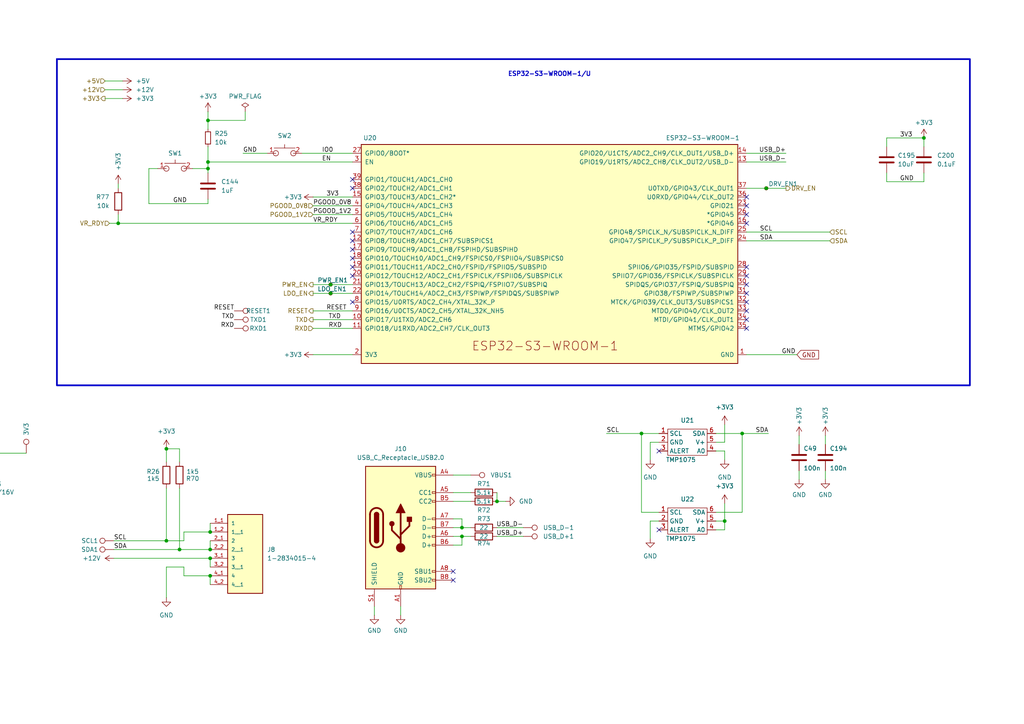
<source format=kicad_sch>
(kicad_sch
	(version 20231120)
	(generator "eeschema")
	(generator_version "8.0")
	(uuid "1b82eb90-bc4e-4905-bbf4-67894be5932e")
	(paper "A4")
	(title_block
		(title "BitForgeMini")
		(date "2024-06-21")
		(rev "1.0")
		(comment 1 "Licensed under CERN-OHL-W version 2")
	)
	
	(junction
		(at 210.185 151.13)
		(diameter 0)
		(color 0 0 0 0)
		(uuid "557225ae-ca6d-4bcf-ab3c-2908d414668b")
	)
	(junction
		(at 52.07 159.385)
		(diameter 0)
		(color 0 0 0 0)
		(uuid "560718e1-3f83-4e74-82b4-a783b0c13073")
	)
	(junction
		(at 222.25 54.61)
		(diameter 0)
		(color 0 0 0 0)
		(uuid "5c730ae0-f3fd-4f7f-bf73-99e26bc908a4")
	)
	(junction
		(at 424.815 119.38)
		(diameter 0)
		(color 0 0 0 0)
		(uuid "600cf515-a612-4afe-962a-e318597680da")
	)
	(junction
		(at -7.62 131.445)
		(diameter 0)
		(color 0 0 0 0)
		(uuid "63e1bc10-1e08-4836-bad6-5f40953bb906")
	)
	(junction
		(at -19.05 150.495)
		(diameter 0)
		(color 0 0 0 0)
		(uuid "6ca82a47-554c-407e-a333-f3ef38695c6d")
	)
	(junction
		(at -29.21 131.445)
		(diameter 0)
		(color 0 0 0 0)
		(uuid "7fbd6910-f8fb-4a7e-8c15-a229e81bbe83")
	)
	(junction
		(at 60.96 154.305)
		(diameter 0)
		(color 0 0 0 0)
		(uuid "8096976f-df71-49d7-a487-751ba7be8e94")
	)
	(junction
		(at 186.055 125.73)
		(diameter 0)
		(color 0 0 0 0)
		(uuid "9601d53b-de41-45db-b8f5-d6424f2f5e91")
	)
	(junction
		(at 34.29 64.77)
		(diameter 0)
		(color 0 0 0 0)
		(uuid "98bd8c78-ea2b-4e4c-8fb3-644de167c846")
	)
	(junction
		(at 215.265 125.73)
		(diameter 0)
		(color 0 0 0 0)
		(uuid "9bdd4706-59b1-4e99-8364-73f24d2c50d9")
	)
	(junction
		(at 133.985 155.575)
		(diameter 0)
		(color 0 0 0 0)
		(uuid "a5afa38e-f802-47bd-b6d1-f5659f689ba9")
	)
	(junction
		(at 60.96 161.925)
		(diameter 0)
		(color 0 0 0 0)
		(uuid "a720880c-c25d-4c01-8d4c-b0699a6b3909")
	)
	(junction
		(at 60.325 48.895)
		(diameter 0)
		(color 0 0 0 0)
		(uuid "a868d8a4-bc43-4568-b65d-8b01793c30dd")
	)
	(junction
		(at 95.885 85.09)
		(diameter 0)
		(color 0 0 0 0)
		(uuid "a8889540-59b8-4ae3-93ba-451b4b97d4b8")
	)
	(junction
		(at 48.26 130.175)
		(diameter 0)
		(color 0 0 0 0)
		(uuid "bc2cb82b-aad8-44b2-8008-46cf2e022e90")
	)
	(junction
		(at 60.325 46.99)
		(diameter 0)
		(color 0 0 0 0)
		(uuid "c16dabb7-1ece-46eb-8e91-87b956239308")
	)
	(junction
		(at 48.26 156.845)
		(diameter 0)
		(color 0 0 0 0)
		(uuid "c71f55ed-e926-433e-ac08-aef0e2e21058")
	)
	(junction
		(at 60.325 34.925)
		(diameter 0)
		(color 0 0 0 0)
		(uuid "cb218edf-b0b5-433d-bfab-ae1e2aa6e1c6")
	)
	(junction
		(at 144.145 145.415)
		(diameter 0)
		(color 0 0 0 0)
		(uuid "cc928be2-ca47-48ca-82db-08eadfbe6536")
	)
	(junction
		(at 424.815 149.86)
		(diameter 0)
		(color 0 0 0 0)
		(uuid "d200cfa7-a24a-4b1f-a884-d28ddc6de11d")
	)
	(junction
		(at 389.255 133.35)
		(diameter 0)
		(color 0 0 0 0)
		(uuid "d6021d1c-473b-4ed3-98d0-88e583aaddf0")
	)
	(junction
		(at 60.96 167.005)
		(diameter 0)
		(color 0 0 0 0)
		(uuid "da5cd2e4-79de-4926-badf-31b733726d1b")
	)
	(junction
		(at 267.97 40.005)
		(diameter 0)
		(color 0 0 0 0)
		(uuid "dc24c8fc-0e0a-499b-b7d2-3e971bcc1b10")
	)
	(junction
		(at 95.885 82.55)
		(diameter 0)
		(color 0 0 0 0)
		(uuid "e6b91ab4-c7f4-43bf-822b-7e5ac0b33d6d")
	)
	(junction
		(at 60.96 159.385)
		(diameter 0)
		(color 0 0 0 0)
		(uuid "e9ed2b4c-8f3a-495d-acb7-cccedcecfb76")
	)
	(junction
		(at 133.985 153.035)
		(diameter 0)
		(color 0 0 0 0)
		(uuid "f9c2ccba-002f-4b71-bcde-1fa75de1d09e")
	)
	(no_connect
		(at 131.445 168.275)
		(uuid "004e144f-87c0-4364-8af1-255f7538d5d5")
	)
	(no_connect
		(at 102.235 77.47)
		(uuid "0565604f-5ce8-468a-b277-0e9cdf9c1ae3")
	)
	(no_connect
		(at 216.535 87.63)
		(uuid "104e5f41-5924-40e9-9f8d-5deae86f1b3a")
	)
	(no_connect
		(at 216.535 80.01)
		(uuid "1306cffe-3847-4cd2-8e26-fcd0fd418897")
	)
	(no_connect
		(at 191.135 130.81)
		(uuid "1c6646fb-2d38-445a-8ba2-b1bd5a795090")
	)
	(no_connect
		(at 216.535 85.09)
		(uuid "351f09b5-aaeb-4b89-8608-40a003a74c10")
	)
	(no_connect
		(at 335.915 130.81)
		(uuid "41dfe297-7ba2-42a4-ad13-f33b1398489f")
	)
	(no_connect
		(at 102.235 87.63)
		(uuid "4b858aeb-b770-4f11-90a5-f7af95c5c8ea")
	)
	(no_connect
		(at 102.235 67.31)
		(uuid "54baa114-eafb-43dd-864e-1b6df99b27e6")
	)
	(no_connect
		(at 216.535 64.77)
		(uuid "55b1ea9b-cb91-4849-a3cb-288631a97e1f")
	)
	(no_connect
		(at 216.535 57.15)
		(uuid "725edbd2-d3fe-4d8a-bbbe-b1fec1055846")
	)
	(no_connect
		(at 216.535 62.23)
		(uuid "83ae996d-2469-4487-a968-933a232760e9")
	)
	(no_connect
		(at 216.535 92.71)
		(uuid "8f5fdde6-1732-45b0-98af-1edb2fbf601f")
	)
	(no_connect
		(at 216.535 82.55)
		(uuid "a2861320-9d75-490e-994a-68463ad5422b")
	)
	(no_connect
		(at 102.235 72.39)
		(uuid "b01aac29-d3c2-4a5e-8440-49bfdcada014")
	)
	(no_connect
		(at 102.235 80.01)
		(uuid "bec8108c-0b59-4545-a330-18d775bf5ac1")
	)
	(no_connect
		(at 335.915 133.35)
		(uuid "bf9c2354-dd35-403d-a312-3f6afcf42be0")
	)
	(no_connect
		(at 102.235 69.85)
		(uuid "c2720fc3-dd41-45bb-9e96-3ba03076ddde")
	)
	(no_connect
		(at 216.535 95.25)
		(uuid "c9f7002f-2ef0-45f3-9b8e-ac7c004cf504")
	)
	(no_connect
		(at 131.445 165.735)
		(uuid "d0101bb3-fa02-47c3-a1b8-38d3519d8319")
	)
	(no_connect
		(at 216.535 90.17)
		(uuid "d2b1aaaa-2a8d-4bcc-9dfe-212da1fdf4e9")
	)
	(no_connect
		(at 102.235 74.93)
		(uuid "deadad69-edaf-423d-ba0f-cae1d77c1df0")
	)
	(no_connect
		(at 102.235 52.07)
		(uuid "e5d56061-60f0-486c-9ffd-2393261dd8c3")
	)
	(no_connect
		(at 102.235 54.61)
		(uuid "e9278e35-d414-403c-bd89-ddc4b1a53ad7")
	)
	(no_connect
		(at 216.535 77.47)
		(uuid "f3e188a2-056b-4c1c-bf76-304549aa915b")
	)
	(no_connect
		(at 191.135 153.67)
		(uuid "f5083085-226f-417f-b368-6e1ac2cc8e03")
	)
	(no_connect
		(at 216.535 59.69)
		(uuid "f7bd6e4d-774f-4376-9744-fed4e5d5ea6f")
	)
	(wire
		(pts
			(xy -7.62 150.495) (xy -7.62 145.415)
		)
		(stroke
			(width 0)
			(type default)
		)
		(uuid "0356d36e-b685-476b-b630-428aed882a47")
	)
	(wire
		(pts
			(xy 52.07 159.385) (xy 60.96 159.385)
		)
		(stroke
			(width 0)
			(type default)
		)
		(uuid "05571e2b-7559-4299-90bc-45f2bfe43f59")
	)
	(wire
		(pts
			(xy 257.175 40.005) (xy 257.175 42.545)
		)
		(stroke
			(width 0)
			(type default)
		)
		(uuid "078b6f98-201b-4081-8b2d-24e068054048")
	)
	(wire
		(pts
			(xy 267.97 52.705) (xy 257.175 52.705)
		)
		(stroke
			(width 0)
			(type default)
		)
		(uuid "07e19aff-04d6-4332-833a-c409df07d92b")
	)
	(wire
		(pts
			(xy 30.48 28.575) (xy 35.56 28.575)
		)
		(stroke
			(width 0)
			(type default)
		)
		(uuid "0fc5d2c8-eee5-4d54-afcd-e07c85f0dabf")
	)
	(wire
		(pts
			(xy 389.255 132.08) (xy 389.255 133.35)
		)
		(stroke
			(width 0)
			(type default)
		)
		(uuid "12b4cec6-23ad-4254-ad19-6f2b0628af3c")
	)
	(wire
		(pts
			(xy 131.445 142.875) (xy 136.525 142.875)
		)
		(stroke
			(width 0)
			(type default)
		)
		(uuid "1446d6fc-e8d9-4eb8-bb02-f9ab6297d8ff")
	)
	(wire
		(pts
			(xy 60.325 34.925) (xy 60.325 37.465)
		)
		(stroke
			(width 0)
			(type default)
		)
		(uuid "1553198d-9f9b-4d4b-9d01-8cd546308753")
	)
	(wire
		(pts
			(xy 357.505 135.89) (xy 357.505 146.05)
		)
		(stroke
			(width 0)
			(type default)
		)
		(uuid "16255ddc-fe62-4115-ab50-162f8fa44f4f")
	)
	(wire
		(pts
			(xy 131.445 150.495) (xy 133.985 150.495)
		)
		(stroke
			(width 0)
			(type default)
		)
		(uuid "178723be-76b1-4710-824d-dcd33b9bc4b9")
	)
	(wire
		(pts
			(xy 210.185 133.35) (xy 210.185 130.81)
		)
		(stroke
			(width 0)
			(type default)
		)
		(uuid "1864cc0f-63fe-4719-af56-65a88ef143c9")
	)
	(wire
		(pts
			(xy 216.535 102.87) (xy 231.14 102.87)
		)
		(stroke
			(width 0)
			(type default)
		)
		(uuid "19bf8f64-4351-449d-8bf4-90823f252bb3")
	)
	(wire
		(pts
			(xy -7.62 131.445) (xy 7.62 131.445)
		)
		(stroke
			(width 0)
			(type default)
		)
		(uuid "1a60ee59-608f-4bc4-b9a0-c96175b15208")
	)
	(wire
		(pts
			(xy 239.395 126.365) (xy 239.395 128.905)
		)
		(stroke
			(width 0)
			(type default)
		)
		(uuid "1a7c0760-d7d2-43af-aa08-c2ef6f9d3bf4")
	)
	(wire
		(pts
			(xy 186.055 125.73) (xy 191.135 125.73)
		)
		(stroke
			(width 0)
			(type default)
		)
		(uuid "1c7f5a8c-181c-4c20-98d0-728d3a76623e")
	)
	(wire
		(pts
			(xy 131.445 137.795) (xy 136.525 137.795)
		)
		(stroke
			(width 0)
			(type default)
		)
		(uuid "2069661b-6a9e-4e1a-aed3-67b679137043")
	)
	(wire
		(pts
			(xy 60.96 167.005) (xy 60.96 169.545)
		)
		(stroke
			(width 0)
			(type default)
		)
		(uuid "2089ea81-250e-4939-91bd-abb75e58461d")
	)
	(wire
		(pts
			(xy 48.26 130.175) (xy 52.07 130.175)
		)
		(stroke
			(width 0)
			(type default)
		)
		(uuid "2196d9db-539d-44c3-b4f7-e548ae6720df")
	)
	(wire
		(pts
			(xy 53.34 167.005) (xy 60.96 167.005)
		)
		(stroke
			(width 0)
			(type default)
		)
		(uuid "28969670-e2cd-4aef-a1e5-5d83cd4530c8")
	)
	(wire
		(pts
			(xy 239.395 136.525) (xy 239.395 139.065)
		)
		(stroke
			(width 0)
			(type default)
		)
		(uuid "2b56e56d-52ec-4bfe-b5bf-59807695ba70")
	)
	(wire
		(pts
			(xy 207.645 148.59) (xy 215.265 148.59)
		)
		(stroke
			(width 0)
			(type default)
		)
		(uuid "2e31b733-dba8-4773-8a2d-e768bea02b86")
	)
	(wire
		(pts
			(xy 313.055 157.48) (xy 313.055 160.02)
		)
		(stroke
			(width 0)
			(type default)
		)
		(uuid "309fd341-ea17-4f47-b440-1fc7cf1d250f")
	)
	(wire
		(pts
			(xy 31.75 64.77) (xy 34.29 64.77)
		)
		(stroke
			(width 0)
			(type default)
		)
		(uuid "3267f043-0f96-45f5-8537-375e9b119025")
	)
	(wire
		(pts
			(xy 188.595 151.13) (xy 188.595 156.21)
		)
		(stroke
			(width 0)
			(type default)
		)
		(uuid "33084553-4227-43f4-9de6-4e0e43fd0ac8")
	)
	(wire
		(pts
			(xy 30.48 26.035) (xy 35.56 26.035)
		)
		(stroke
			(width 0)
			(type default)
		)
		(uuid "391a9b20-4f3b-4de3-885d-1b1a0768816e")
	)
	(wire
		(pts
			(xy 116.205 175.895) (xy 116.205 178.435)
		)
		(stroke
			(width 0)
			(type default)
		)
		(uuid "3afc008d-82c2-4ddb-9911-ca4bf3b08591")
	)
	(wire
		(pts
			(xy 335.915 138.43) (xy 370.205 138.43)
		)
		(stroke
			(width 0)
			(type default)
		)
		(uuid "3b13f311-f82e-44e3-a406-28b357338ede")
	)
	(wire
		(pts
			(xy 398.145 135.89) (xy 387.985 135.89)
		)
		(stroke
			(width 0)
			(type default)
		)
		(uuid "3b95f332-d1fc-4fcf-bb22-90873c39e261")
	)
	(wire
		(pts
			(xy 144.145 155.575) (xy 151.765 155.575)
		)
		(stroke
			(width 0)
			(type default)
		)
		(uuid "3c4e228b-920c-498b-b22e-f94bec0e6d60")
	)
	(wire
		(pts
			(xy 43.18 48.895) (xy 43.18 59.055)
		)
		(stroke
			(width 0)
			(type default)
		)
		(uuid "3d528fb2-4e6b-49b9-9fb6-f47e9f3be365")
	)
	(wire
		(pts
			(xy 48.26 133.985) (xy 48.26 130.175)
		)
		(stroke
			(width 0)
			(type default)
		)
		(uuid "403372c3-ef6f-46f9-90c3-e23296674552")
	)
	(wire
		(pts
			(xy 389.255 140.97) (xy 389.255 133.35)
		)
		(stroke
			(width 0)
			(type default)
		)
		(uuid "404f9dd4-7078-4009-893f-82706682dac2")
	)
	(wire
		(pts
			(xy 389.255 133.35) (xy 387.985 133.35)
		)
		(stroke
			(width 0)
			(type default)
		)
		(uuid "40f0e8e9-fa3c-4e71-b9d8-13c220f3e458")
	)
	(wire
		(pts
			(xy 34.29 62.23) (xy 34.29 64.77)
		)
		(stroke
			(width 0)
			(type default)
		)
		(uuid "427cd5e9-36d2-42d8-bee9-77e9b2f904ed")
	)
	(wire
		(pts
			(xy 144.145 145.415) (xy 146.685 145.415)
		)
		(stroke
			(width 0)
			(type default)
		)
		(uuid "42d51c0d-9862-4922-8ae0-96e15c4387d2")
	)
	(wire
		(pts
			(xy 434.975 111.76) (xy 434.975 114.3)
		)
		(stroke
			(width 0)
			(type default)
		)
		(uuid "46b06f1c-2058-4ad6-8dcd-5b1de7dcd3d3")
	)
	(wire
		(pts
			(xy 216.535 46.99) (xy 227.965 46.99)
		)
		(stroke
			(width 0)
			(type default)
		)
		(uuid "4744132e-089c-4ff0-8fa3-40437e507d43")
	)
	(wire
		(pts
			(xy 424.815 149.86) (xy 427.355 149.86)
		)
		(stroke
			(width 0)
			(type default)
		)
		(uuid "4b4259d4-a29f-47ca-8400-02629e26be88")
	)
	(wire
		(pts
			(xy 387.985 140.97) (xy 389.255 140.97)
		)
		(stroke
			(width 0)
			(type default)
		)
		(uuid "4c49923b-f090-4b4f-a061-ea388e39346b")
	)
	(wire
		(pts
			(xy 102.235 92.71) (xy 90.805 92.71)
		)
		(stroke
			(width 0)
			(type default)
		)
		(uuid "4dd04587-d801-4d5a-9325-c3ffa62e4691")
	)
	(wire
		(pts
			(xy 43.18 59.055) (xy 60.325 59.055)
		)
		(stroke
			(width 0)
			(type default)
		)
		(uuid "4f57d458-e83a-4ea8-9f13-88fa18efa9d7")
	)
	(wire
		(pts
			(xy 368.935 133.35) (xy 370.205 133.35)
		)
		(stroke
			(width 0)
			(type default)
		)
		(uuid "509d2e22-a8cb-4338-9bfd-3c428e9d2134")
	)
	(wire
		(pts
			(xy 368.935 111.76) (xy 368.935 116.84)
		)
		(stroke
			(width 0)
			(type default)
		)
		(uuid "5106b6e2-6fd2-4034-a775-381289e1f84f")
	)
	(wire
		(pts
			(xy 133.985 150.495) (xy 133.985 153.035)
		)
		(stroke
			(width 0)
			(type default)
		)
		(uuid "51d792f3-fff4-4bc0-a502-cf6b789e477e")
	)
	(wire
		(pts
			(xy 222.25 54.61) (xy 227.965 54.61)
		)
		(stroke
			(width 0)
			(type default)
		)
		(uuid "5233bc03-1a81-41b0-bac1-0a2905fbbeda")
	)
	(wire
		(pts
			(xy 34.29 64.77) (xy 102.235 64.77)
		)
		(stroke
			(width 0)
			(type default)
		)
		(uuid "52d20bd9-4476-495d-b5c0-ba893572f4fc")
	)
	(wire
		(pts
			(xy 231.775 126.365) (xy 231.775 128.905)
		)
		(stroke
			(width 0)
			(type default)
		)
		(uuid "56844935-8623-41ac-9336-275e222287bf")
	)
	(wire
		(pts
			(xy 34.29 53.34) (xy 34.29 54.61)
		)
		(stroke
			(width 0)
			(type default)
		)
		(uuid "5700dd33-ce4f-4061-8ea2-78a7870b6486")
	)
	(wire
		(pts
			(xy 215.265 125.73) (xy 222.885 125.73)
		)
		(stroke
			(width 0)
			(type default)
		)
		(uuid "598b0ff9-1e75-4415-b889-58854b6a53a9")
	)
	(wire
		(pts
			(xy 368.935 143.51) (xy 368.935 140.97)
		)
		(stroke
			(width 0)
			(type default)
		)
		(uuid "5aa944b1-7913-44cd-8728-53acea345423")
	)
	(wire
		(pts
			(xy 210.185 151.13) (xy 210.185 153.67)
		)
		(stroke
			(width 0)
			(type default)
		)
		(uuid "5cd9c2d0-f753-4865-91fe-ef03040f971f")
	)
	(wire
		(pts
			(xy 53.34 154.305) (xy 60.96 154.305)
		)
		(stroke
			(width 0)
			(type default)
		)
		(uuid "605d7f78-764d-4edd-a1c8-08031e581a7a")
	)
	(wire
		(pts
			(xy 52.07 141.605) (xy 52.07 159.385)
		)
		(stroke
			(width 0)
			(type default)
		)
		(uuid "62a5728b-2c18-4c96-aab6-ce599e1d3251")
	)
	(wire
		(pts
			(xy -7.62 128.905) (xy -7.62 131.445)
		)
		(stroke
			(width 0)
			(type default)
		)
		(uuid "62ca83af-f76e-4310-b6f9-70e47bf31e22")
	)
	(wire
		(pts
			(xy 55.88 48.895) (xy 60.325 48.895)
		)
		(stroke
			(width 0)
			(type default)
		)
		(uuid "63109ce4-4b38-416a-b33a-3372b29f560e")
	)
	(wire
		(pts
			(xy 216.535 69.85) (xy 240.665 69.85)
		)
		(stroke
			(width 0)
			(type default)
		)
		(uuid "64114ac5-7e55-4ac9-afd6-13bee5791109")
	)
	(wire
		(pts
			(xy 216.535 54.61) (xy 222.25 54.61)
		)
		(stroke
			(width 0)
			(type default)
		)
		(uuid "641f4737-3320-40f8-81cf-83372c89d932")
	)
	(wire
		(pts
			(xy 361.315 111.76) (xy 361.315 116.84)
		)
		(stroke
			(width 0)
			(type default)
		)
		(uuid "665d7063-f619-4130-b2b4-6d8ce11892ef")
	)
	(wire
		(pts
			(xy 207.645 128.27) (xy 210.185 128.27)
		)
		(stroke
			(width 0)
			(type default)
		)
		(uuid "67a06ba1-3d88-4f0e-8e3a-f1cc96c06c76")
	)
	(wire
		(pts
			(xy 216.535 44.45) (xy 227.965 44.45)
		)
		(stroke
			(width 0)
			(type default)
		)
		(uuid "69b3b0cb-2898-4477-92ce-bbe6856c50af")
	)
	(wire
		(pts
			(xy 357.505 146.05) (xy 309.245 146.05)
		)
		(stroke
			(width 0)
			(type default)
		)
		(uuid "6d36b0f7-364a-4099-a948-10f0e2ca3793")
	)
	(wire
		(pts
			(xy 53.34 156.845) (xy 53.34 154.305)
		)
		(stroke
			(width 0)
			(type default)
		)
		(uuid "6de1ada5-29bd-4b92-b17d-74140023d846")
	)
	(wire
		(pts
			(xy 210.185 128.27) (xy 210.185 123.19)
		)
		(stroke
			(width 0)
			(type default)
		)
		(uuid "7153d347-64de-4c12-8a93-31bae5e6e71b")
	)
	(wire
		(pts
			(xy 207.645 130.81) (xy 210.185 130.81)
		)
		(stroke
			(width 0)
			(type default)
		)
		(uuid "724e5282-a55c-4508-9f02-067468d47452")
	)
	(wire
		(pts
			(xy 60.325 32.385) (xy 60.325 34.925)
		)
		(stroke
			(width 0)
			(type default)
		)
		(uuid "74c46701-8529-4728-b98b-55c308ad9d12")
	)
	(wire
		(pts
			(xy 191.135 128.27) (xy 188.595 128.27)
		)
		(stroke
			(width 0)
			(type default)
		)
		(uuid "76a74904-25b7-4cfb-84ff-63df8fa69f25")
	)
	(wire
		(pts
			(xy 48.26 164.465) (xy 48.26 173.355)
		)
		(stroke
			(width 0)
			(type default)
		)
		(uuid "76b21bb7-e2ef-4e29-8a0f-63a989619deb")
	)
	(wire
		(pts
			(xy 398.145 124.46) (xy 398.145 135.89)
		)
		(stroke
			(width 0)
			(type default)
		)
		(uuid "76eeebff-fa72-44b5-b120-7f356b5ff8f5")
	)
	(wire
		(pts
			(xy 186.055 148.59) (xy 191.135 148.59)
		)
		(stroke
			(width 0)
			(type default)
		)
		(uuid "775d7c72-1e14-490d-9fe1-8a07e6c84e1c")
	)
	(wire
		(pts
			(xy 186.055 125.73) (xy 186.055 148.59)
		)
		(stroke
			(width 0)
			(type default)
		)
		(uuid "78f4c802-03ba-4afd-a54a-d17272d1ba5a")
	)
	(wire
		(pts
			(xy 398.145 138.43) (xy 387.985 138.43)
		)
		(stroke
			(width 0)
			(type default)
		)
		(uuid "7cb02c68-a32a-45da-b307-3e2d04080ada")
	)
	(wire
		(pts
			(xy 52.07 130.175) (xy 52.07 133.985)
		)
		(stroke
			(width 0)
			(type default)
		)
		(uuid "7d0f2c22-6522-41c8-92bf-bd93ed544fb3")
	)
	(wire
		(pts
			(xy 60.96 161.925) (xy 60.96 164.465)
		)
		(stroke
			(width 0)
			(type default)
		)
		(uuid "7dfacaff-a8e1-47d3-87cf-e8b51c1a1678")
	)
	(wire
		(pts
			(xy 102.235 62.23) (xy 90.805 62.23)
		)
		(stroke
			(width 0)
			(type default)
		)
		(uuid "7e25cbc2-d81f-42a0-a742-7b99e2fe0908")
	)
	(wire
		(pts
			(xy 311.785 138.43) (xy 316.865 138.43)
		)
		(stroke
			(width 0)
			(type default)
		)
		(uuid "7e362589-7652-4710-b950-52478db11e78")
	)
	(wire
		(pts
			(xy 398.145 154.94) (xy 398.145 138.43)
		)
		(stroke
			(width 0)
			(type default)
		)
		(uuid "7e49f31e-ae76-4299-8a29-3561ab6c6062")
	)
	(wire
		(pts
			(xy 335.915 135.89) (xy 343.535 135.89)
		)
		(stroke
			(width 0)
			(type default)
		)
		(uuid "809985ef-2894-4d2c-ab06-f0a767174338")
	)
	(wire
		(pts
			(xy 133.985 153.035) (xy 131.445 153.035)
		)
		(stroke
			(width 0)
			(type default)
		)
		(uuid "80cd6370-93d6-4716-9dd1-02e743cd17ea")
	)
	(wire
		(pts
			(xy 216.535 67.31) (xy 240.665 67.31)
		)
		(stroke
			(width 0)
			(type default)
		)
		(uuid "830970ba-d986-4ce2-9d74-9784bc8fc543")
	)
	(wire
		(pts
			(xy -11.43 131.445) (xy -7.62 131.445)
		)
		(stroke
			(width 0)
			(type default)
		)
		(uuid "8410230a-8c34-4eed-9558-eccc6de7b270")
	)
	(wire
		(pts
			(xy 424.815 109.22) (xy 424.815 111.76)
		)
		(stroke
			(width 0)
			(type default)
		)
		(uuid "8462085b-3a33-4479-84a8-f7e098dd8dec")
	)
	(wire
		(pts
			(xy 335.915 140.97) (xy 343.535 140.97)
		)
		(stroke
			(width 0)
			(type default)
		)
		(uuid "850f3ffa-999f-4f6b-add2-2e21638f71e5")
	)
	(wire
		(pts
			(xy 102.235 59.69) (xy 90.805 59.69)
		)
		(stroke
			(width 0)
			(type default)
		)
		(uuid "872c487f-e407-4e83-a56c-f4ef9971e7ce")
	)
	(wire
		(pts
			(xy 207.645 153.67) (xy 210.185 153.67)
		)
		(stroke
			(width 0)
			(type default)
		)
		(uuid "8821f424-d279-4413-ae2f-4b7e7d49da05")
	)
	(wire
		(pts
			(xy 131.445 145.415) (xy 136.525 145.415)
		)
		(stroke
			(width 0)
			(type default)
		)
		(uuid "8a4e9117-c671-4aa4-a565-5e999540a7c4")
	)
	(wire
		(pts
			(xy 417.195 149.86) (xy 424.815 149.86)
		)
		(stroke
			(width 0)
			(type default)
		)
		(uuid "8b29080f-ebdf-4f0b-a79e-a57ecca5a6cb")
	)
	(wire
		(pts
			(xy 424.815 139.7) (xy 424.815 142.24)
		)
		(stroke
			(width 0)
			(type default)
		)
		(uuid "8cefb06e-1a17-41ca-afb4-8c6cbae65559")
	)
	(wire
		(pts
			(xy 231.775 136.525) (xy 231.775 139.065)
		)
		(stroke
			(width 0)
			(type default)
		)
		(uuid "9067620e-6bf5-4516-993c-b4cde1aa6d37")
	)
	(wire
		(pts
			(xy 70.485 44.45) (xy 77.47 44.45)
		)
		(stroke
			(width 0)
			(type default)
		)
		(uuid "956e5421-8ada-45c2-9cf6-1b019164790b")
	)
	(wire
		(pts
			(xy 102.235 95.25) (xy 90.805 95.25)
		)
		(stroke
			(width 0)
			(type default)
		)
		(uuid "96a24530-8f93-476e-a6cc-f744aeb2aab1")
	)
	(wire
		(pts
			(xy -19.05 150.495) (xy -7.62 150.495)
		)
		(stroke
			(width 0)
			(type default)
		)
		(uuid "96a28d58-d624-4e04-8b15-5eb9097de62f")
	)
	(wire
		(pts
			(xy 71.12 34.925) (xy 60.325 34.925)
		)
		(stroke
			(width 0)
			(type default)
		)
		(uuid "979e2ce4-329e-47b3-88d3-c03d9985ac09")
	)
	(wire
		(pts
			(xy 131.445 155.575) (xy 133.985 155.575)
		)
		(stroke
			(width 0)
			(type default)
		)
		(uuid "9803dd18-fa0c-4e65-b26c-f365567a1341")
	)
	(wire
		(pts
			(xy 30.48 23.495) (xy 35.56 23.495)
		)
		(stroke
			(width 0)
			(type default)
		)
		(uuid "9841a1b2-658c-4ec4-8e61-740da282307b")
	)
	(wire
		(pts
			(xy 434.975 142.24) (xy 434.975 144.78)
		)
		(stroke
			(width 0)
			(type default)
		)
		(uuid "9bbd678f-6350-47bf-9ae7-4d9d2dc58aaa")
	)
	(wire
		(pts
			(xy 95.885 85.09) (xy 102.235 85.09)
		)
		(stroke
			(width 0)
			(type default)
		)
		(uuid "9c3248bd-b3b0-4163-a0e3-23f244018773")
	)
	(wire
		(pts
			(xy 267.97 50.165) (xy 267.97 52.705)
		)
		(stroke
			(width 0)
			(type default)
		)
		(uuid "9c372caa-ed4f-47e9-a945-822b78231611")
	)
	(wire
		(pts
			(xy 87.63 44.45) (xy 102.235 44.45)
		)
		(stroke
			(width 0)
			(type default)
		)
		(uuid "9d89698a-04d7-4759-83a4-17bbbb953744")
	)
	(wire
		(pts
			(xy -19.05 150.495) (xy -19.05 151.765)
		)
		(stroke
			(width 0)
			(type default)
		)
		(uuid "9ecff8d0-efac-4c80-807f-fae654f44114")
	)
	(wire
		(pts
			(xy 307.975 133.35) (xy 316.865 133.35)
		)
		(stroke
			(width 0)
			(type default)
		)
		(uuid "9fa9d2d2-0085-487f-b4c8-485bcc6bcf60")
	)
	(wire
		(pts
			(xy 307.975 130.81) (xy 316.865 130.81)
		)
		(stroke
			(width 0)
			(type default)
		)
		(uuid "a1dbdf74-3580-4191-9750-be3c5f4f8665")
	)
	(wire
		(pts
			(xy 90.805 102.87) (xy 102.235 102.87)
		)
		(stroke
			(width 0)
			(type default)
		)
		(uuid "a253c804-4421-485a-9d5c-fe340914dbc2")
	)
	(wire
		(pts
			(xy 398.145 154.94) (xy 427.355 154.94)
		)
		(stroke
			(width 0)
			(type default)
		)
		(uuid "a3c22788-d389-4ebc-86ab-0f1efc312253")
	)
	(wire
		(pts
			(xy 361.315 101.6) (xy 361.315 104.14)
		)
		(stroke
			(width 0)
			(type default)
		)
		(uuid "a4fad051-eaec-4267-89f7-4a7a9439a69f")
	)
	(wire
		(pts
			(xy 417.195 119.38) (xy 424.815 119.38)
		)
		(stroke
			(width 0)
			(type default)
		)
		(uuid "a6cdba38-10af-40fb-9c65-1a4b0a855079")
	)
	(wire
		(pts
			(xy 144.145 153.035) (xy 151.765 153.035)
		)
		(stroke
			(width 0)
			(type default)
		)
		(uuid "a7fcd05f-b8ea-49fe-8c1c-96c0be46ba98")
	)
	(wire
		(pts
			(xy 53.34 164.465) (xy 48.26 164.465)
		)
		(stroke
			(width 0)
			(type default)
		)
		(uuid "a9b055c4-5f81-4e9d-b87e-eebe95efaf9d")
	)
	(wire
		(pts
			(xy 71.12 32.385) (xy 71.12 34.925)
		)
		(stroke
			(width 0)
			(type default)
		)
		(uuid "acff7450-0753-410d-9933-82131c3412d4")
	)
	(wire
		(pts
			(xy 313.055 167.64) (xy 313.055 170.18)
		)
		(stroke
			(width 0)
			(type default)
		)
		(uuid "ad0bbdf3-5ff6-4cf7-a228-9f9bf7cdbdb7")
	)
	(wire
		(pts
			(xy 368.935 132.08) (xy 368.935 133.35)
		)
		(stroke
			(width 0)
			(type default)
		)
		(uuid "ada00104-0102-44d0-8e75-1bd51d3bb6c1")
	)
	(wire
		(pts
			(xy 53.34 164.465) (xy 53.34 167.005)
		)
		(stroke
			(width 0)
			(type default)
		)
		(uuid "aeb07db6-2664-4a2b-849d-ff5d3b2cac18")
	)
	(wire
		(pts
			(xy -29.21 150.495) (xy -19.05 150.495)
		)
		(stroke
			(width 0)
			(type default)
		)
		(uuid "af49775f-5482-456b-bad1-4922a7174800")
	)
	(wire
		(pts
			(xy 133.985 155.575) (xy 133.985 158.115)
		)
		(stroke
			(width 0)
			(type default)
		)
		(uuid "b07b6477-e5d2-412c-b12e-09d4e2ad9fc0")
	)
	(wire
		(pts
			(xy 45.72 48.895) (xy 43.18 48.895)
		)
		(stroke
			(width 0)
			(type default)
		)
		(uuid "b0ae402a-9d8e-4220-bcc4-31fbf45993f7")
	)
	(wire
		(pts
			(xy 207.645 151.13) (xy 210.185 151.13)
		)
		(stroke
			(width 0)
			(type default)
		)
		(uuid "b0b3a945-9154-42ad-855a-a80ca90037c1")
	)
	(wire
		(pts
			(xy 90.805 57.15) (xy 102.235 57.15)
		)
		(stroke
			(width 0)
			(type default)
		)
		(uuid "b129f543-cf91-4ad2-9bee-6105be2dd682")
	)
	(wire
		(pts
			(xy 257.175 52.705) (xy 257.175 50.165)
		)
		(stroke
			(width 0)
			(type default)
		)
		(uuid "b325a42e-5574-4d8d-9beb-ffae24e09344")
	)
	(wire
		(pts
			(xy 108.585 175.895) (xy 108.585 178.435)
		)
		(stroke
			(width 0)
			(type default)
		)
		(uuid "b53b8ec7-5a11-4f2c-9cfb-96593b756069")
	)
	(wire
		(pts
			(xy 267.97 40.005) (xy 257.175 40.005)
		)
		(stroke
			(width 0)
			(type default)
		)
		(uuid "b683d429-b2f2-4907-817e-79300117b418")
	)
	(wire
		(pts
			(xy -29.21 150.495) (xy -29.21 145.415)
		)
		(stroke
			(width 0)
			(type default)
		)
		(uuid "b7bf8c87-9795-475a-986b-94525fbc3615")
	)
	(wire
		(pts
			(xy 311.785 135.89) (xy 316.865 135.89)
		)
		(stroke
			(width 0)
			(type default)
		)
		(uuid "b7f720f6-bd81-4f91-bde5-a676e1c70954")
	)
	(wire
		(pts
			(xy 60.325 48.895) (xy 60.325 50.165)
		)
		(stroke
			(width 0)
			(type default)
		)
		(uuid "bae20d3a-4552-4399-b5fd-4fcffb74a798")
	)
	(wire
		(pts
			(xy 60.325 42.545) (xy 60.325 46.99)
		)
		(stroke
			(width 0)
			(type default)
		)
		(uuid "bae4ad42-e015-45ab-b20a-2f76500f3176")
	)
	(wire
		(pts
			(xy 90.805 85.09) (xy 95.885 85.09)
		)
		(stroke
			(width 0)
			(type default)
		)
		(uuid "bc9925de-e67e-4974-8358-406e9e0f6e10")
	)
	(wire
		(pts
			(xy 133.985 158.115) (xy 131.445 158.115)
		)
		(stroke
			(width 0)
			(type default)
		)
		(uuid "be6b2d17-cd2d-4e36-9ead-bd6d056366b1")
	)
	(wire
		(pts
			(xy 33.02 156.845) (xy 48.26 156.845)
		)
		(stroke
			(width 0)
			(type default)
		)
		(uuid "c0d6ac3e-2187-42ab-85c0-3c8b35c92532")
	)
	(wire
		(pts
			(xy 102.235 90.17) (xy 90.805 90.17)
		)
		(stroke
			(width 0)
			(type default)
		)
		(uuid "c22f7c51-b662-460b-83c4-e42d776bcd00")
	)
	(wire
		(pts
			(xy 210.185 146.05) (xy 210.185 151.13)
		)
		(stroke
			(width 0)
			(type default)
		)
		(uuid "c3332a13-dd00-4e5c-b663-ad0d37f4e9b1")
	)
	(wire
		(pts
			(xy 309.245 140.97) (xy 316.865 140.97)
		)
		(stroke
			(width 0)
			(type default)
		)
		(uuid "c34a8f97-feeb-490a-9c6c-1cda9e5d7c05")
	)
	(wire
		(pts
			(xy -38.1 131.445) (xy -29.21 131.445)
		)
		(stroke
			(width 0)
			(type default)
		)
		(uuid "c47b414b-369c-41a8-9163-79b46aac07d7")
	)
	(wire
		(pts
			(xy -7.62 131.445) (xy -7.62 137.795)
		)
		(stroke
			(width 0)
			(type default)
		)
		(uuid "c6199a06-e747-42bb-98ca-64ca17699ba8")
	)
	(wire
		(pts
			(xy 191.135 151.13) (xy 188.595 151.13)
		)
		(stroke
			(width 0)
			(type default)
		)
		(uuid "c6e1bb9c-27c8-4d47-9c37-c2f53236f5a6")
	)
	(wire
		(pts
			(xy 95.885 82.55) (xy 102.235 82.55)
		)
		(stroke
			(width 0)
			(type default)
		)
		(uuid "c8237a11-7f1f-455c-9ed5-80339e993bbe")
	)
	(wire
		(pts
			(xy 90.805 82.55) (xy 95.885 82.55)
		)
		(stroke
			(width 0)
			(type default)
		)
		(uuid "c87a1e16-ba5e-4f7c-9f2a-59459078e90f")
	)
	(wire
		(pts
			(xy 207.645 125.73) (xy 215.265 125.73)
		)
		(stroke
			(width 0)
			(type default)
		)
		(uuid "c9bf4e78-4235-49cb-b423-dd6e10352be1")
	)
	(wire
		(pts
			(xy 188.595 128.27) (xy 188.595 133.35)
		)
		(stroke
			(width 0)
			(type default)
		)
		(uuid "cac3a9e1-7dc0-4118-9887-72aedc8f63db")
	)
	(wire
		(pts
			(xy 215.265 125.73) (xy 215.265 148.59)
		)
		(stroke
			(width 0)
			(type default)
		)
		(uuid "cb98587a-ccf9-4593-bcbc-f3a62e001272")
	)
	(wire
		(pts
			(xy -29.21 131.445) (xy -26.67 131.445)
		)
		(stroke
			(width 0)
			(type default)
		)
		(uuid "cc4106f3-4eb0-4f60-91a9-30dde2129bae")
	)
	(wire
		(pts
			(xy 144.145 142.875) (xy 144.145 145.415)
		)
		(stroke
			(width 0)
			(type default)
		)
		(uuid "cf9ed093-b81a-4bc0-b8fb-28c216d1a873")
	)
	(wire
		(pts
			(xy 424.815 119.38) (xy 427.355 119.38)
		)
		(stroke
			(width 0)
			(type default)
		)
		(uuid "cfff519c-d94a-4922-bb36-23776f69c8b5")
	)
	(wire
		(pts
			(xy 60.325 46.99) (xy 60.325 48.895)
		)
		(stroke
			(width 0)
			(type default)
		)
		(uuid "d2adb022-b4b1-4680-8ccc-3edfc0ed1287")
	)
	(wire
		(pts
			(xy 60.325 57.785) (xy 60.325 59.055)
		)
		(stroke
			(width 0)
			(type default)
		)
		(uuid "d2ba06d2-1c12-4566-8e51-5cdea77c6530")
	)
	(wire
		(pts
			(xy 60.96 156.845) (xy 60.96 159.385)
		)
		(stroke
			(width 0)
			(type default)
		)
		(uuid "d4a78293-838c-40de-b9ac-61ca466971d6")
	)
	(wire
		(pts
			(xy 434.975 157.48) (xy 434.975 160.02)
		)
		(stroke
			(width 0)
			(type default)
		)
		(uuid "d57bf85c-2a0e-4bb6-ad01-ea54bd5693a6")
	)
	(wire
		(pts
			(xy 368.935 140.97) (xy 370.205 140.97)
		)
		(stroke
			(width 0)
			(type default)
		)
		(uuid "d85aca8f-ada2-42d0-a750-5ddd838604d0")
	)
	(wire
		(pts
			(xy 60.325 46.99) (xy 102.235 46.99)
		)
		(stroke
			(width 0)
			(type default)
		)
		(uuid "da034100-844d-4afa-adb2-894748a699cc")
	)
	(wire
		(pts
			(xy 368.935 101.6) (xy 368.935 104.14)
		)
		(stroke
			(width 0)
			(type default)
		)
		(uuid "de061a83-4b02-4c81-82e0-fec87a1240d3")
	)
	(wire
		(pts
			(xy -29.21 137.795) (xy -29.21 131.445)
		)
		(stroke
			(width 0)
			(type default)
		)
		(uuid "e3ad605c-6847-41d1-ace3-6a509870f7f9")
	)
	(wire
		(pts
			(xy 267.97 42.545) (xy 267.97 40.005)
		)
		(stroke
			(width 0)
			(type default)
		)
		(uuid "e4a95e7f-3110-449b-bebc-02383984cb5c")
	)
	(wire
		(pts
			(xy 175.895 125.73) (xy 186.055 125.73)
		)
		(stroke
			(width 0)
			(type default)
		)
		(uuid "e7f17d02-5843-4a2a-8344-be3a4eae0c63")
	)
	(wire
		(pts
			(xy 33.02 159.385) (xy 52.07 159.385)
		)
		(stroke
			(width 0)
			(type default)
		)
		(uuid "e853669e-ce71-4160-9ec7-3ae84a01f9db")
	)
	(wire
		(pts
			(xy 60.96 151.765) (xy 60.96 154.305)
		)
		(stroke
			(width 0)
			(type default)
		)
		(uuid "e855fb22-e12c-4a46-8224-f00f51afb1b9")
	)
	(wire
		(pts
			(xy -19.05 139.065) (xy -19.05 150.495)
		)
		(stroke
			(width 0)
			(type default)
		)
		(uuid "e9dc948a-1f90-41d5-bcd3-0d6964e82fbc")
	)
	(wire
		(pts
			(xy 309.245 146.05) (xy 309.245 140.97)
		)
		(stroke
			(width 0)
			(type default)
		)
		(uuid "eabd1582-8720-4c44-8c9f-f9b72429aa78")
	)
	(wire
		(pts
			(xy 133.985 155.575) (xy 136.525 155.575)
		)
		(stroke
			(width 0)
			(type default)
		)
		(uuid "ed193efb-bb73-4fc5-b03b-fe1c6512c3bf")
	)
	(wire
		(pts
			(xy 434.975 127) (xy 434.975 129.54)
		)
		(stroke
			(width 0)
			(type default)
		)
		(uuid "ef7dfeaf-a484-4fa6-bfe5-091a36bc34fa")
	)
	(wire
		(pts
			(xy 33.02 161.925) (xy 60.96 161.925)
		)
		(stroke
			(width 0)
			(type default)
		)
		(uuid "f155f274-9ad0-45df-8dc0-6e8adfdb3040")
	)
	(wire
		(pts
			(xy 48.26 156.845) (xy 53.34 156.845)
		)
		(stroke
			(width 0)
			(type default)
		)
		(uuid "f43603f9-9660-4418-8bac-c358d9d6391c")
	)
	(wire
		(pts
			(xy 370.205 135.89) (xy 357.505 135.89)
		)
		(stroke
			(width 0)
			(type default)
		)
		(uuid "f6ccd54a-7ba6-47ae-8d40-e0b5d5c8194a")
	)
	(wire
		(pts
			(xy 398.145 124.46) (xy 427.355 124.46)
		)
		(stroke
			(width 0)
			(type default)
		)
		(uuid "f96debec-6a5b-44b7-8dbd-72af87bb7db0")
	)
	(wire
		(pts
			(xy 48.26 141.605) (xy 48.26 156.845)
		)
		(stroke
			(width 0)
			(type default)
		)
		(uuid "fbe59353-d15c-4113-bf6c-7418663c21fc")
	)
	(wire
		(pts
			(xy 133.985 153.035) (xy 136.525 153.035)
		)
		(stroke
			(width 0)
			(type default)
		)
		(uuid "fe93f5df-dc7e-4886-8b8c-40d9fba33abb")
	)
	(rectangle
		(start 16.51 17.145)
		(end 281.305 111.76)
		(stroke
			(width 0.5)
			(type default)
		)
		(fill
			(type none)
		)
		(uuid 316f65cf-e5d2-4ef1-978e-91c0c716aa7f)
	)
	(text "ESP32-S3-WROOM-1/U"
		(exclude_from_sim no)
		(at 159.385 21.59 0)
		(effects
			(font
				(size 1.27 1.27)
				(thickness 0.254)
				(bold yes)
			)
		)
		(uuid "9a1570cb-974a-4234-9f14-dcdf0c2ff330")
	)
	(label "VR_RDY"
		(at 90.805 64.77 0)
		(fields_autoplaced yes)
		(effects
			(font
				(size 1.27 1.27)
			)
			(justify left bottom)
		)
		(uuid "0741f57e-bf51-4c25-836e-0c6f9cc9de78")
	)
	(label "TACHO1"
		(at 417.195 119.38 0)
		(fields_autoplaced yes)
		(effects
			(font
				(size 1.27 1.27)
			)
			(justify left bottom)
		)
		(uuid "0c136ff9-9906-4fab-b439-068f8b2217f7")
	)
	(label "RESET"
		(at 67.945 90.17 180)
		(fields_autoplaced yes)
		(effects
			(font
				(size 1.27 1.27)
			)
			(justify right bottom)
		)
		(uuid "1195d6fd-ee3a-497a-bb7c-8d974d387510")
	)
	(label "SDA"
		(at 307.975 130.81 180)
		(fields_autoplaced yes)
		(effects
			(font
				(size 1.27 1.27)
			)
			(justify right bottom)
		)
		(uuid "1b80d472-f9d4-4883-bdfe-a8964c316464")
	)
	(label "SCL"
		(at 307.975 133.35 180)
		(fields_autoplaced yes)
		(effects
			(font
				(size 1.27 1.27)
			)
			(justify right bottom)
		)
		(uuid "23026c3c-6ca3-4596-aa46-28c9b338c0de")
	)
	(label "USB_D-"
		(at 151.765 153.035 180)
		(fields_autoplaced yes)
		(effects
			(font
				(size 1.27 1.27)
			)
			(justify right bottom)
		)
		(uuid "33bbe805-f04f-4157-9f63-60edac162ab7")
	)
	(label "IO0"
		(at 93.345 44.45 0)
		(fields_autoplaced yes)
		(effects
			(font
				(size 1.27 1.27)
			)
			(justify left bottom)
		)
		(uuid "353457c5-835c-46f5-a6f8-3ff7eaab6504")
	)
	(label "SCL"
		(at 175.895 125.73 0)
		(fields_autoplaced yes)
		(effects
			(font
				(size 1.27 1.27)
			)
			(justify left bottom)
		)
		(uuid "39c5f25a-87ee-4d4f-94d9-60b27f5c9c25")
	)
	(label "TACHO2"
		(at 343.535 135.89 0)
		(fields_autoplaced yes)
		(effects
			(font
				(size 1.27 1.27)
			)
			(justify left bottom)
		)
		(uuid "47bbe42f-5515-4a57-82ac-03b9cb29e40d")
	)
	(label "EN"
		(at 93.345 46.99 0)
		(fields_autoplaced yes)
		(effects
			(font
				(size 1.27 1.27)
			)
			(justify left bottom)
		)
		(uuid "527028e6-b98e-4981-a0f2-97221473f3a1")
	)
	(label "TACHO1"
		(at 343.535 140.97 0)
		(fields_autoplaced yes)
		(effects
			(font
				(size 1.27 1.27)
			)
			(justify left bottom)
		)
		(uuid "5a1bbc6a-d30b-43a1-84f0-b8d345cc2f76")
	)
	(label "TXD"
		(at 95.25 92.71 0)
		(fields_autoplaced yes)
		(effects
			(font
				(size 1.27 1.27)
			)
			(justify left bottom)
		)
		(uuid "5b719888-6f84-49c6-9928-5dc011c70e4a")
	)
	(label "GND"
		(at 50.165 59.055 0)
		(fields_autoplaced yes)
		(effects
			(font
				(size 1.27 1.27)
			)
			(justify left bottom)
		)
		(uuid "5b778602-ff4a-4a6b-adaf-efa432036cd6")
	)
	(label "PGOOD_1V2"
		(at 90.805 62.23 0)
		(fields_autoplaced yes)
		(effects
			(font
				(size 1.27 1.27)
			)
			(justify left bottom)
		)
		(uuid "5f40f0ea-e09b-498d-bcfd-eb8116d56587")
	)
	(label "3V3"
		(at 260.985 40.005 0)
		(fields_autoplaced yes)
		(effects
			(font
				(size 1.27 1.27)
			)
			(justify left bottom)
		)
		(uuid "602c6067-1d85-4765-bffd-3b8cf5620b9e")
	)
	(label "RXD"
		(at 95.25 95.25 0)
		(fields_autoplaced yes)
		(effects
			(font
				(size 1.27 1.27)
			)
			(justify left bottom)
		)
		(uuid "69d948ac-8fc6-4975-9c11-ee4ecca33bf2")
	)
	(label "SCL"
		(at 220.345 67.31 0)
		(fields_autoplaced yes)
		(effects
			(font
				(size 1.27 1.27)
			)
			(justify left bottom)
		)
		(uuid "83815293-63f3-4bf0-b90a-367e3b9825f7")
	)
	(label "SDA"
		(at 222.885 125.73 180)
		(fields_autoplaced yes)
		(effects
			(font
				(size 1.27 1.27)
			)
			(justify right bottom)
		)
		(uuid "88d85dc4-2bed-46ce-a46d-94b352e4edb0")
	)
	(label "GND"
		(at 70.485 44.45 0)
		(fields_autoplaced yes)
		(effects
			(font
				(size 1.27 1.27)
			)
			(justify left bottom)
		)
		(uuid "8ce3f817-e958-4008-83f0-d1fc86c69c06")
	)
	(label "TXD"
		(at 67.945 92.71 180)
		(fields_autoplaced yes)
		(effects
			(font
				(size 1.27 1.27)
			)
			(justify right bottom)
		)
		(uuid "965c7c9f-0401-49b1-b0c0-b87e689906db")
	)
	(label "SDA"
		(at 33.02 159.385 0)
		(fields_autoplaced yes)
		(effects
			(font
				(size 1.27 1.27)
			)
			(justify left bottom)
		)
		(uuid "bfd1adf2-1d64-4695-96d0-626ee119ab8b")
	)
	(label "GND"
		(at 260.985 52.705 0)
		(fields_autoplaced yes)
		(effects
			(font
				(size 1.27 1.27)
			)
			(justify left bottom)
		)
		(uuid "c2ef89e7-e4d5-4373-913c-038992611266")
	)
	(label "RESET"
		(at 94.615 90.17 0)
		(fields_autoplaced yes)
		(effects
			(font
				(size 1.27 1.27)
			)
			(justify left bottom)
		)
		(uuid "c7daee67-600b-4b87-90ab-063c7ee0e311")
	)
	(label "SCL"
		(at 33.02 156.845 0)
		(fields_autoplaced yes)
		(effects
			(font
				(size 1.27 1.27)
			)
			(justify left bottom)
		)
		(uuid "caac5f98-c630-40ce-82f7-5b8e027fa983")
	)
	(label "GND"
		(at 226.695 102.87 0)
		(fields_autoplaced yes)
		(effects
			(font
				(size 1.27 1.27)
			)
			(justify left bottom)
		)
		(uuid "cabe6664-bbb8-4616-b5cf-3eba6b09f0bf")
	)
	(label "3V3"
		(at 94.615 57.15 0)
		(fields_autoplaced yes)
		(effects
			(font
				(size 1.27 1.27)
			)
			(justify left bottom)
		)
		(uuid "cd2d2481-fc3f-4ab5-8081-e66ef663e2bf")
	)
	(label "TACHO2"
		(at 417.195 149.86 0)
		(fields_autoplaced yes)
		(effects
			(font
				(size 1.27 1.27)
			)
			(justify left bottom)
		)
		(uuid "d4560496-24c3-4d6d-84cb-6d8e318555fc")
	)
	(label "RXD"
		(at 67.945 95.25 180)
		(fields_autoplaced yes)
		(effects
			(font
				(size 1.27 1.27)
			)
			(justify right bottom)
		)
		(uuid "e0dee7e3-bc19-4e99-b978-5984fce599ac")
	)
	(label "PGOOD_0V8"
		(at 90.805 59.69 0)
		(fields_autoplaced yes)
		(effects
			(font
				(size 1.27 1.27)
			)
			(justify left bottom)
		)
		(uuid "efccc1ff-2bae-4bec-90df-f2818cf1e814")
	)
	(label "USB_D+"
		(at 151.765 155.575 180)
		(fields_autoplaced yes)
		(effects
			(font
				(size 1.27 1.27)
			)
			(justify right bottom)
		)
		(uuid "fa5103a9-4539-44d6-a2d2-3ccade26d868")
	)
	(label "USB_D+"
		(at 227.965 44.45 180)
		(fields_autoplaced yes)
		(effects
			(font
				(size 1.27 1.27)
			)
			(justify right bottom)
		)
		(uuid "fa63506f-71d8-4c5b-9c0f-1389208f51ad")
	)
	(label "USB_D-"
		(at 227.965 46.99 180)
		(fields_autoplaced yes)
		(effects
			(font
				(size 1.27 1.27)
			)
			(justify right bottom)
		)
		(uuid "fbc7a5f7-8deb-42c1-bd57-b26758c90a02")
	)
	(label "SDA"
		(at 220.345 69.85 0)
		(fields_autoplaced yes)
		(effects
			(font
				(size 1.27 1.27)
			)
			(justify left bottom)
		)
		(uuid "fc5c44a8-a900-4eb2-ab24-0ca3d75c842b")
	)
	(global_label "GND"
		(shape input)
		(at 231.14 102.87 0)
		(fields_autoplaced yes)
		(effects
			(font
				(size 1.27 1.27)
			)
			(justify left)
		)
		(uuid "0e30af9d-0268-4683-a42b-82ac60b9c02e")
		(property "Intersheetrefs" "${INTERSHEET_REFS}"
			(at 237.4236 102.7906 0)
			(effects
				(font
					(size 1.27 1.27)
				)
				(justify left)
				(hide yes)
			)
		)
	)
	(hierarchical_label "LDO_EN"
		(shape output)
		(at 90.805 85.09 180)
		(fields_autoplaced yes)
		(effects
			(font
				(size 1.27 1.27)
			)
			(justify right)
		)
		(uuid "115c5f16-28b8-4d86-b47e-e72b4d2cb7eb")
	)
	(hierarchical_label "VR_RDY"
		(shape input)
		(at 31.75 64.77 180)
		(fields_autoplaced yes)
		(effects
			(font
				(size 1.27 1.27)
			)
			(justify right)
		)
		(uuid "136e6ed0-583b-4a42-9e27-3063a2f41bf3")
	)
	(hierarchical_label "+3V3"
		(shape output)
		(at 30.48 28.575 180)
		(fields_autoplaced yes)
		(effects
			(font
				(size 1.27 1.27)
			)
			(justify right)
		)
		(uuid "21cc4f2f-6190-4c3d-bb0c-68f1804413d2")
	)
	(hierarchical_label "SDA"
		(shape input)
		(at 240.665 69.85 0)
		(fields_autoplaced yes)
		(effects
			(font
				(size 1.27 1.27)
			)
			(justify left)
		)
		(uuid "28b0035c-8121-4aa3-b5af-f0a5fe2fcf50")
	)
	(hierarchical_label "RXD"
		(shape input)
		(at 90.805 95.25 180)
		(fields_autoplaced yes)
		(effects
			(font
				(size 1.27 1.27)
			)
			(justify right)
		)
		(uuid "3f1d2375-09f9-42cb-98ad-88a047604160")
	)
	(hierarchical_label "PGOOD_0V8"
		(shape input)
		(at 90.805 59.69 180)
		(fields_autoplaced yes)
		(effects
			(font
				(size 1.27 1.27)
			)
			(justify right)
		)
		(uuid "48868d40-b56d-48b6-b040-653fdd385e7c")
	)
	(hierarchical_label "TXD"
		(shape output)
		(at 90.805 92.71 180)
		(fields_autoplaced yes)
		(effects
			(font
				(size 1.27 1.27)
			)
			(justify right)
		)
		(uuid "552996d1-57ec-44db-b2aa-a379b72bb51f")
	)
	(hierarchical_label "+5V"
		(shape input)
		(at 30.48 23.495 180)
		(fields_autoplaced yes)
		(effects
			(font
				(size 1.27 1.27)
			)
			(justify right)
		)
		(uuid "8090ac82-681b-42f6-8f17-f22c254027b3")
	)
	(hierarchical_label "+12V"
		(shape input)
		(at 30.48 26.035 180)
		(fields_autoplaced yes)
		(effects
			(font
				(size 1.27 1.27)
			)
			(justify right)
		)
		(uuid "84f92890-abd8-4eda-aabb-11cb6aa888ba")
	)
	(hierarchical_label "DRV_EN"
		(shape output)
		(at 227.965 54.61 0)
		(fields_autoplaced yes)
		(effects
			(font
				(size 1.27 1.27)
			)
			(justify left)
		)
		(uuid "91bc8c2b-f719-434c-a1f6-0a4b4c7f401d")
	)
	(hierarchical_label "PWR_EN"
		(shape output)
		(at 90.805 82.55 180)
		(fields_autoplaced yes)
		(effects
			(font
				(size 1.27 1.27)
			)
			(justify right)
		)
		(uuid "c8e3fc09-7975-4fa6-9cb8-c6df5ce6195c")
	)
	(hierarchical_label "RESET"
		(shape output)
		(at 90.805 90.17 180)
		(fields_autoplaced yes)
		(effects
			(font
				(size 1.27 1.27)
			)
			(justify right)
		)
		(uuid "ea5c7e06-5d4a-4c14-a33f-9a388edfe9d9")
	)
	(hierarchical_label "PGOOD_1V2"
		(shape input)
		(at 90.805 62.23 180)
		(fields_autoplaced yes)
		(effects
			(font
				(size 1.27 1.27)
			)
			(justify right)
		)
		(uuid "f0088461-1930-44f2-b898-743412450699")
	)
	(hierarchical_label "SCL"
		(shape input)
		(at 240.665 67.31 0)
		(fields_autoplaced yes)
		(effects
			(font
				(size 1.27 1.27)
			)
			(justify left)
		)
		(uuid "f83fe066-1efb-4fa0-a6a0-66b9514fae6d")
	)
	(symbol
		(lib_id "power:+5V")
		(at 35.56 23.495 270)
		(unit 1)
		(exclude_from_sim no)
		(in_bom yes)
		(on_board yes)
		(dnp no)
		(fields_autoplaced yes)
		(uuid "019d06c2-831d-4cfe-ada7-8732a6575232")
		(property "Reference" "#PWR012"
			(at 31.75 23.495 0)
			(effects
				(font
					(size 1.27 1.27)
				)
				(hide yes)
			)
		)
		(property "Value" "+5V"
			(at 39.37 23.495 90)
			(effects
				(font
					(size 1.27 1.27)
				)
				(justify left)
			)
		)
		(property "Footprint" ""
			(at 35.56 23.495 0)
			(effects
				(font
					(size 1.27 1.27)
				)
				(hide yes)
			)
		)
		(property "Datasheet" ""
			(at 35.56 23.495 0)
			(effects
				(font
					(size 1.27 1.27)
				)
				(hide yes)
			)
		)
		(property "Description" ""
			(at 35.56 23.495 0)
			(effects
				(font
					(size 1.27 1.27)
				)
				(hide yes)
			)
		)
		(pin "1"
			(uuid "12a95d61-945d-48e2-8258-af1d5fd0e9e2")
		)
		(instances
			(project "BitForgeNano"
				(path "/86837578-9556-4205-bc5d-b0e9028c5dea/b69c32fb-f057-4fe8-a79d-b0907581b085"
					(reference "#PWR012")
					(unit 1)
				)
			)
		)
	)
	(symbol
		(lib_id "Device:R")
		(at 424.815 115.57 0)
		(mirror y)
		(unit 1)
		(exclude_from_sim no)
		(in_bom yes)
		(on_board yes)
		(dnp no)
		(uuid "02504a89-89c6-40d3-930d-1fdf204e7e6f")
		(property "Reference" "R21"
			(at 422.275 114.3 0)
			(effects
				(font
					(size 1.27 1.27)
				)
				(justify left)
			)
		)
		(property "Value" "2.7k"
			(at 422.275 116.84 0)
			(effects
				(font
					(size 1.27 1.27)
				)
				(justify left)
			)
		)
		(property "Footprint" "Resistor_SMD:R_0805_2012Metric"
			(at 426.593 115.57 90)
			(effects
				(font
					(size 1.27 1.27)
				)
				(hide yes)
			)
		)
		(property "Datasheet" "~"
			(at 424.815 115.57 0)
			(effects
				(font
					(size 1.27 1.27)
				)
				(hide yes)
			)
		)
		(property "Description" ""
			(at 424.815 115.57 0)
			(effects
				(font
					(size 1.27 1.27)
				)
				(hide yes)
			)
		)
		(property "Sim.Device" ""
			(at 424.815 115.57 0)
			(effects
				(font
					(size 1.27 1.27)
				)
				(hide yes)
			)
		)
		(property "Sim.Pins" ""
			(at 424.815 115.57 0)
			(effects
				(font
					(size 1.27 1.27)
				)
				(hide yes)
			)
		)
		(pin "1"
			(uuid "3df328a7-4684-4b0a-8f8b-72673030562d")
		)
		(pin "2"
			(uuid "35fea8e9-6f0d-4ec7-bdac-ba3d42df6c0a")
		)
		(instances
			(project "BitForgeNano"
				(path "/86837578-9556-4205-bc5d-b0e9028c5dea/b69c32fb-f057-4fe8-a79d-b0907581b085"
					(reference "R21")
					(unit 1)
				)
			)
		)
	)
	(symbol
		(lib_id "power:+3V3")
		(at 424.815 139.7 0)
		(unit 1)
		(exclude_from_sim no)
		(in_bom yes)
		(on_board yes)
		(dnp no)
		(fields_autoplaced yes)
		(uuid "02cd0257-5576-4f4b-9c9b-3e78af17e4c2")
		(property "Reference" "#PWR0352"
			(at 424.815 143.51 0)
			(effects
				(font
					(size 1.27 1.27)
				)
				(hide yes)
			)
		)
		(property "Value" "+3V3"
			(at 424.815 134.62 0)
			(effects
				(font
					(size 1.27 1.27)
				)
			)
		)
		(property "Footprint" ""
			(at 424.815 139.7 0)
			(effects
				(font
					(size 1.27 1.27)
				)
				(hide yes)
			)
		)
		(property "Datasheet" ""
			(at 424.815 139.7 0)
			(effects
				(font
					(size 1.27 1.27)
				)
				(hide yes)
			)
		)
		(property "Description" ""
			(at 424.815 139.7 0)
			(effects
				(font
					(size 1.27 1.27)
				)
				(hide yes)
			)
		)
		(pin "1"
			(uuid "8139fad4-3def-4b94-a55f-e64175f285d2")
		)
		(instances
			(project "BitForgeNano"
				(path "/86837578-9556-4205-bc5d-b0e9028c5dea/b69c32fb-f057-4fe8-a79d-b0907581b085"
					(reference "#PWR0352")
					(unit 1)
				)
			)
		)
	)
	(symbol
		(lib_id "Motor:Fan_4pin")
		(at 434.975 152.4 0)
		(unit 1)
		(exclude_from_sim no)
		(in_bom yes)
		(on_board yes)
		(dnp no)
		(fields_autoplaced yes)
		(uuid "06451b31-0308-43a2-8bd9-202c4617ac7a")
		(property "Reference" "M2"
			(at 439.42 151.13 0)
			(effects
				(font
					(size 1.27 1.27)
				)
				(justify left)
			)
		)
		(property "Value" "Fan_4pin"
			(at 439.42 153.67 0)
			(effects
				(font
					(size 1.27 1.27)
				)
				(justify left)
			)
		)
		(property "Footprint" "Connector:FanPinHeader_1x04_P2.54mm_Vertical"
			(at 434.975 152.146 0)
			(effects
				(font
					(size 1.27 1.27)
				)
				(hide yes)
			)
		)
		(property "Datasheet" "http://www.formfactors.org/developer%5Cspecs%5Crev1_2_public.pdf"
			(at 434.975 152.146 0)
			(effects
				(font
					(size 1.27 1.27)
				)
				(hide yes)
			)
		)
		(property "Description" ""
			(at 434.975 152.4 0)
			(effects
				(font
					(size 1.27 1.27)
				)
				(hide yes)
			)
		)
		(property "Distributor" "D"
			(at 434.975 152.4 0)
			(effects
				(font
					(size 1.27 1.27)
				)
				(hide yes)
			)
		)
		(property "Manufacturer" "0470531000"
			(at 434.975 152.4 0)
			(effects
				(font
					(size 1.27 1.27)
				)
				(hide yes)
			)
		)
		(property "OrderNr" "WM4330-ND"
			(at 434.975 152.4 0)
			(effects
				(font
					(size 1.27 1.27)
				)
				(hide yes)
			)
		)
		(property "Sim.Device" ""
			(at 434.975 152.4 0)
			(effects
				(font
					(size 1.27 1.27)
				)
				(hide yes)
			)
		)
		(property "Sim.Pins" ""
			(at 434.975 152.4 0)
			(effects
				(font
					(size 1.27 1.27)
				)
				(hide yes)
			)
		)
		(pin "1"
			(uuid "7187d424-5c00-4448-84c8-e58fb5373e4f")
		)
		(pin "2"
			(uuid "535b39c1-a9b1-4fd5-aa29-e93069979bee")
		)
		(pin "3"
			(uuid "c6fab56f-a2e5-4061-903f-bbf2165b9b63")
		)
		(pin "4"
			(uuid "a61a2205-321b-4f90-8e47-1921b61a93d6")
		)
		(instances
			(project "BitForgeNano"
				(path "/86837578-9556-4205-bc5d-b0e9028c5dea/b69c32fb-f057-4fe8-a79d-b0907581b085"
					(reference "M2")
					(unit 1)
				)
			)
		)
	)
	(symbol
		(lib_id "power:+12V")
		(at 35.56 26.035 270)
		(unit 1)
		(exclude_from_sim no)
		(in_bom yes)
		(on_board yes)
		(dnp no)
		(fields_autoplaced yes)
		(uuid "080bb8e3-b978-48f1-90c4-c91ff4fd31d7")
		(property "Reference" "#PWR013"
			(at 31.75 26.035 0)
			(effects
				(font
					(size 1.27 1.27)
				)
				(hide yes)
			)
		)
		(property "Value" "+12V"
			(at 39.37 26.035 90)
			(effects
				(font
					(size 1.27 1.27)
				)
				(justify left)
			)
		)
		(property "Footprint" ""
			(at 35.56 26.035 0)
			(effects
				(font
					(size 1.27 1.27)
				)
				(hide yes)
			)
		)
		(property "Datasheet" ""
			(at 35.56 26.035 0)
			(effects
				(font
					(size 1.27 1.27)
				)
				(hide yes)
			)
		)
		(property "Description" ""
			(at 35.56 26.035 0)
			(effects
				(font
					(size 1.27 1.27)
				)
				(hide yes)
			)
		)
		(pin "1"
			(uuid "330db31e-ab66-43e5-abb0-70b70ececf71")
		)
		(instances
			(project "BitForgeNano"
				(path "/86837578-9556-4205-bc5d-b0e9028c5dea/b69c32fb-f057-4fe8-a79d-b0907581b085"
					(reference "#PWR013")
					(unit 1)
				)
			)
		)
	)
	(symbol
		(lib_id "Device:R")
		(at 34.29 58.42 0)
		(mirror y)
		(unit 1)
		(exclude_from_sim no)
		(in_bom yes)
		(on_board yes)
		(dnp no)
		(uuid "08268e7f-c21e-4730-9e76-6b594e18830d")
		(property "Reference" "R77"
			(at 31.75 57.15 0)
			(effects
				(font
					(size 1.27 1.27)
				)
				(justify left)
			)
		)
		(property "Value" "10k"
			(at 31.75 59.69 0)
			(effects
				(font
					(size 1.27 1.27)
				)
				(justify left)
			)
		)
		(property "Footprint" "Resistor_SMD:R_0805_2012Metric"
			(at 36.068 58.42 90)
			(effects
				(font
					(size 1.27 1.27)
				)
				(hide yes)
			)
		)
		(property "Datasheet" "~"
			(at 34.29 58.42 0)
			(effects
				(font
					(size 1.27 1.27)
				)
				(hide yes)
			)
		)
		(property "Description" ""
			(at 34.29 58.42 0)
			(effects
				(font
					(size 1.27 1.27)
				)
				(hide yes)
			)
		)
		(property "LCSC" ""
			(at 34.29 58.42 0)
			(effects
				(font
					(size 1.27 1.27)
				)
				(hide yes)
			)
		)
		(property "MANUFACTURER" ""
			(at 34.29 58.42 0)
			(effects
				(font
					(size 1.27 1.27)
				)
				(hide yes)
			)
		)
		(property "PARTREV" ""
			(at 34.29 58.42 0)
			(effects
				(font
					(size 1.27 1.27)
				)
				(hide yes)
			)
		)
		(property "STANDARD" ""
			(at 34.29 58.42 0)
			(effects
				(font
					(size 1.27 1.27)
				)
				(hide yes)
			)
		)
		(property "Sim.Device" ""
			(at 34.29 58.42 0)
			(effects
				(font
					(size 1.27 1.27)
				)
				(hide yes)
			)
		)
		(property "Sim.Pins" ""
			(at 34.29 58.42 0)
			(effects
				(font
					(size 1.27 1.27)
				)
				(hide yes)
			)
		)
		(pin "1"
			(uuid "97932d4f-f404-465f-9391-dcfb4d5553e3")
		)
		(pin "2"
			(uuid "eed6c753-5213-4a70-b11d-844f4ebf2213")
		)
		(instances
			(project "BitForgeNano"
				(path "/86837578-9556-4205-bc5d-b0e9028c5dea/b69c32fb-f057-4fe8-a79d-b0907581b085"
					(reference "R77")
					(unit 1)
				)
			)
		)
	)
	(symbol
		(lib_id "BitForgeNano:R")
		(at 140.335 153.035 270)
		(unit 1)
		(exclude_from_sim no)
		(in_bom yes)
		(on_board yes)
		(dnp no)
		(uuid "0882c19a-1f1c-4fc3-b4b4-5ced8ae64931")
		(property "Reference" "R73"
			(at 140.335 150.495 90)
			(effects
				(font
					(size 1.27 1.27)
				)
			)
		)
		(property "Value" "22"
			(at 140.335 153.035 90)
			(effects
				(font
					(size 1.27 1.27)
				)
			)
		)
		(property "Footprint" "BitForgeNano:R_0201_0603Metric"
			(at 140.335 151.257 90)
			(effects
				(font
					(size 1.27 1.27)
				)
				(hide yes)
			)
		)
		(property "Datasheet" ""
			(at 140.335 153.035 0)
			(effects
				(font
					(size 1.27 1.27)
				)
			)
		)
		(property "Description" "RC0201FR-0722RL"
			(at 140.335 153.035 0)
			(effects
				(font
					(size 1.27 1.27)
				)
				(hide yes)
			)
		)
		(property "Feld6" ""
			(at 140.335 153.035 0)
			(effects
				(font
					(size 1.27 1.27)
				)
				(hide yes)
			)
		)
		(property "HEIGHT" ""
			(at 140.335 153.035 0)
			(effects
				(font
					(size 1.27 1.27)
				)
				(hide yes)
			)
		)
		(property "DK" "YAG2518CT-ND"
			(at 140.335 153.035 0)
			(effects
				(font
					(size 1.27 1.27)
				)
				(hide yes)
			)
		)
		(property "MAXIMUM_PACKAGE_HEIGHT" ""
			(at 140.335 153.035 0)
			(effects
				(font
					(size 1.27 1.27)
				)
				(hide yes)
			)
		)
		(property "Sim.Device" ""
			(at 140.335 153.035 0)
			(effects
				(font
					(size 1.27 1.27)
				)
				(hide yes)
			)
		)
		(property "Sim.Pins" ""
			(at 140.335 153.035 0)
			(effects
				(font
					(size 1.27 1.27)
				)
				(hide yes)
			)
		)
		(pin "1"
			(uuid "3d49c0b9-ddc0-48f5-885c-96ed1b0a2621")
		)
		(pin "2"
			(uuid "418fdd41-6ee6-46b3-9b93-17536c70ccf0")
		)
		(instances
			(project "BitForgeNano"
				(path "/86837578-9556-4205-bc5d-b0e9028c5dea/b69c32fb-f057-4fe8-a79d-b0907581b085"
					(reference "R73")
					(unit 1)
				)
			)
		)
	)
	(symbol
		(lib_id "mylib7:TMP1075-DRL-SOT563")
		(at 200.025 128.27 0)
		(unit 1)
		(exclude_from_sim no)
		(in_bom yes)
		(on_board yes)
		(dnp no)
		(uuid "08dbd762-e3e3-466d-9f3b-2f1056ae3c64")
		(property "Reference" "U21"
			(at 199.39 121.92 0)
			(effects
				(font
					(size 1.27 1.27)
				)
			)
		)
		(property "Value" "TMP1075"
			(at 197.485 133.35 0)
			(effects
				(font
					(size 1.27 1.27)
				)
			)
		)
		(property "Footprint" "myfootprints:TMP1075-DRL"
			(at 196.215 127 0)
			(effects
				(font
					(size 1.27 1.27)
				)
				(hide yes)
			)
		)
		(property "Datasheet" ""
			(at 196.215 127 0)
			(effects
				(font
					(size 1.27 1.27)
				)
				(hide yes)
			)
		)
		(property "Description" ""
			(at 200.025 128.27 0)
			(effects
				(font
					(size 1.27 1.27)
				)
				(hide yes)
			)
		)
		(property "Distributor" "D"
			(at 200.025 128.27 0)
			(effects
				(font
					(size 1.27 1.27)
				)
				(hide yes)
			)
		)
		(property "Manufacturer" "TMP1075NDRLR"
			(at 200.025 128.27 0)
			(effects
				(font
					(size 1.27 1.27)
				)
				(hide yes)
			)
		)
		(property "OrderNr" "296-TMP1075NDRLRCT-ND"
			(at 200.025 128.27 0)
			(effects
				(font
					(size 1.27 1.27)
				)
				(hide yes)
			)
		)
		(property "LCSC" ""
			(at 200.025 128.27 0)
			(effects
				(font
					(size 1.27 1.27)
				)
				(hide yes)
			)
		)
		(property "MANUFACTURER" ""
			(at 200.025 128.27 0)
			(effects
				(font
					(size 1.27 1.27)
				)
				(hide yes)
			)
		)
		(property "PARTREV" ""
			(at 200.025 128.27 0)
			(effects
				(font
					(size 1.27 1.27)
				)
				(hide yes)
			)
		)
		(property "STANDARD" ""
			(at 200.025 128.27 0)
			(effects
				(font
					(size 1.27 1.27)
				)
				(hide yes)
			)
		)
		(property "Sim.Device" ""
			(at 200.025 128.27 0)
			(effects
				(font
					(size 1.27 1.27)
				)
				(hide yes)
			)
		)
		(property "Sim.Pins" ""
			(at 200.025 128.27 0)
			(effects
				(font
					(size 1.27 1.27)
				)
				(hide yes)
			)
		)
		(pin "1"
			(uuid "63cfdf66-b5cf-47f3-9bdf-4dbbe455348e")
		)
		(pin "2"
			(uuid "80376597-1ce4-4375-818a-e2445425dccd")
		)
		(pin "3"
			(uuid "f23c7d5c-df3e-4f9c-9860-b09180b0780d")
		)
		(pin "4"
			(uuid "cb732575-8c3e-4e22-aa22-6eb87c96314f")
		)
		(pin "5"
			(uuid "fb0acd69-48d3-4fc2-aca6-f98d312d93db")
		)
		(pin "6"
			(uuid "74d7ef35-e9ea-44df-94a9-8c2f919b59a3")
		)
		(instances
			(project "BitForgeNano"
				(path "/86837578-9556-4205-bc5d-b0e9028c5dea/b69c32fb-f057-4fe8-a79d-b0907581b085"
					(reference "U21")
					(unit 1)
				)
			)
		)
	)
	(symbol
		(lib_name "+3V3_4")
		(lib_id "power:+3V3")
		(at 311.785 135.89 90)
		(unit 1)
		(exclude_from_sim no)
		(in_bom yes)
		(on_board yes)
		(dnp no)
		(fields_autoplaced yes)
		(uuid "0bc5a979-9d7c-484b-ba59-566743476add")
		(property "Reference" "#PWR059"
			(at 315.595 135.89 0)
			(effects
				(font
					(size 1.27 1.27)
				)
				(hide yes)
			)
		)
		(property "Value" "+3V3"
			(at 307.975 135.8899 90)
			(effects
				(font
					(size 1.27 1.27)
				)
				(justify left)
			)
		)
		(property "Footprint" ""
			(at 311.785 135.89 0)
			(effects
				(font
					(size 1.27 1.27)
				)
				(hide yes)
			)
		)
		(property "Datasheet" ""
			(at 311.785 135.89 0)
			(effects
				(font
					(size 1.27 1.27)
				)
				(hide yes)
			)
		)
		(property "Description" "Power symbol creates a global label with name \"+3V3\""
			(at 311.785 135.89 0)
			(effects
				(font
					(size 1.27 1.27)
				)
				(hide yes)
			)
		)
		(pin "1"
			(uuid "f58bffde-ab30-42a4-810d-38f635a1ef20")
		)
		(instances
			(project "BitForgeNano"
				(path "/86837578-9556-4205-bc5d-b0e9028c5dea/b69c32fb-f057-4fe8-a79d-b0907581b085"
					(reference "#PWR059")
					(unit 1)
				)
			)
		)
	)
	(symbol
		(lib_id "BitForgeCube:1-2834015-4")
		(at 71.12 156.845 0)
		(unit 1)
		(exclude_from_sim no)
		(in_bom yes)
		(on_board yes)
		(dnp no)
		(fields_autoplaced yes)
		(uuid "104120c2-2b3a-4075-95f8-f0865e7a1e83")
		(property "Reference" "J8"
			(at 77.47 159.3849 0)
			(effects
				(font
					(size 1.27 1.27)
				)
				(justify left)
			)
		)
		(property "Value" "1-2834015-4"
			(at 77.47 161.9249 0)
			(effects
				(font
					(size 1.27 1.27)
				)
				(justify left)
			)
		)
		(property "Footprint" "1_2834015_4:TE_1-2834015-4"
			(at 71.12 156.845 0)
			(effects
				(font
					(size 1.27 1.27)
				)
				(justify bottom)
				(hide yes)
			)
		)
		(property "Datasheet" ""
			(at 71.12 156.845 0)
			(effects
				(font
					(size 1.27 1.27)
				)
				(hide yes)
			)
		)
		(property "Description" ""
			(at 71.12 156.845 0)
			(effects
				(font
					(size 1.27 1.27)
				)
				(hide yes)
			)
		)
		(property "STANDARD" "IPC-7251"
			(at 71.12 156.845 0)
			(effects
				(font
					(size 1.27 1.27)
				)
				(justify bottom)
				(hide yes)
			)
		)
		(property "MANUFACTURER" "TE Connectivity"
			(at 71.12 156.845 0)
			(effects
				(font
					(size 1.27 1.27)
				)
				(justify bottom)
				(hide yes)
			)
		)
		(property "Sim.Device" ""
			(at 71.12 156.845 0)
			(effects
				(font
					(size 1.27 1.27)
				)
				(hide yes)
			)
		)
		(property "Sim.Pins" ""
			(at 71.12 156.845 0)
			(effects
				(font
					(size 1.27 1.27)
				)
				(hide yes)
			)
		)
		(pin "4_2"
			(uuid "6f8a3d3d-5547-4620-bc4b-01b7101c5904")
		)
		(pin "3_1"
			(uuid "74297be3-dfdb-4fff-b82c-a8c3270b38bc")
		)
		(pin "4_1"
			(uuid "37a6a8df-79f3-4514-9065-8433cff9fcde")
		)
		(pin "2_2"
			(uuid "6bbfc432-efc9-413f-bc3d-b7a6acddee3b")
		)
		(pin "1_2"
			(uuid "f2618268-62ee-4ccb-8ade-12d79877e112")
		)
		(pin "1_1"
			(uuid "6ddf304e-4b59-489c-8b38-6c906114abc0")
		)
		(pin "2_1"
			(uuid "4e0833d1-e4d4-4664-86ff-a77d61798da5")
		)
		(pin "3_2"
			(uuid "14a2ea49-480f-49df-b204-d39fb098b71d")
		)
		(instances
			(project "BitForgeNano"
				(path "/86837578-9556-4205-bc5d-b0e9028c5dea/b69c32fb-f057-4fe8-a79d-b0907581b085"
					(reference "J8")
					(unit 1)
				)
			)
		)
	)
	(symbol
		(lib_id "BitForgeCube:C")
		(at 60.325 53.975 0)
		(unit 1)
		(exclude_from_sim no)
		(in_bom yes)
		(on_board yes)
		(dnp no)
		(fields_autoplaced yes)
		(uuid "1374da0f-2766-43b5-926e-059eca721b75")
		(property "Reference" "C144"
			(at 64.135 52.7049 0)
			(effects
				(font
					(size 1.27 1.27)
				)
				(justify left)
			)
		)
		(property "Value" "1uF"
			(at 64.135 55.2449 0)
			(effects
				(font
					(size 1.27 1.27)
				)
				(justify left)
			)
		)
		(property "Footprint" "C_0402_1005Metric"
			(at 61.2902 57.785 0)
			(effects
				(font
					(size 1.27 1.27)
				)
				(hide yes)
			)
		)
		(property "Datasheet" ""
			(at 60.325 53.975 0)
			(effects
				(font
					(size 1.27 1.27)
				)
				(hide yes)
			)
		)
		(property "Description" "EMK105BJ105MV-F"
			(at 60.325 53.975 0)
			(effects
				(font
					(size 1.27 1.27)
				)
				(hide yes)
			)
		)
		(property "DK" "587-5514-1-ND"
			(at 60.325 53.975 0)
			(effects
				(font
					(size 1.27 1.27)
				)
				(hide yes)
			)
		)
		(property "PARTNO" "EMK105BJ105MV-F"
			(at 60.325 53.975 0)
			(effects
				(font
					(size 1.27 1.27)
				)
				(hide yes)
			)
		)
		(property "Feld6" ""
			(at 60.325 53.975 0)
			(effects
				(font
					(size 1.27 1.27)
				)
				(hide yes)
			)
		)
		(property "HEIGHT" ""
			(at 60.325 53.975 0)
			(effects
				(font
					(size 1.27 1.27)
				)
				(hide yes)
			)
		)
		(property "Sim.Device" ""
			(at 60.325 53.975 0)
			(effects
				(font
					(size 1.27 1.27)
				)
				(hide yes)
			)
		)
		(property "Sim.Pins" ""
			(at 60.325 53.975 0)
			(effects
				(font
					(size 1.27 1.27)
				)
				(hide yes)
			)
		)
		(pin "1"
			(uuid "1126d60b-511d-4b97-8820-eeb24a2f8f8f")
		)
		(pin "2"
			(uuid "5f8fca4a-95a1-4e19-a341-35c778549150")
		)
		(instances
			(project "BitForgeNano"
				(path "/86837578-9556-4205-bc5d-b0e9028c5dea/b69c32fb-f057-4fe8-a79d-b0907581b085"
					(reference "C144")
					(unit 1)
				)
			)
		)
	)
	(symbol
		(lib_id "BitForgeCube:+3V3")
		(at 60.325 32.385 0)
		(unit 1)
		(exclude_from_sim no)
		(in_bom yes)
		(on_board yes)
		(dnp no)
		(fields_autoplaced yes)
		(uuid "1968e574-23aa-4e4e-8427-3329bacddd79")
		(property "Reference" "#PWR0357"
			(at 60.325 36.195 0)
			(effects
				(font
					(size 1.27 1.27)
				)
				(hide yes)
			)
		)
		(property "Value" "+3V3"
			(at 60.325 27.94 0)
			(effects
				(font
					(size 1.27 1.27)
				)
			)
		)
		(property "Footprint" ""
			(at 60.325 32.385 0)
			(effects
				(font
					(size 1.27 1.27)
				)
				(hide yes)
			)
		)
		(property "Datasheet" ""
			(at 60.325 32.385 0)
			(effects
				(font
					(size 1.27 1.27)
				)
				(hide yes)
			)
		)
		(property "Description" "Power symbol creates a global label with name \"+3V3\""
			(at 60.325 32.385 0)
			(effects
				(font
					(size 1.27 1.27)
				)
				(hide yes)
			)
		)
		(pin "1"
			(uuid "ce9b54db-bead-4ab6-ae97-1c77de2bf84e")
		)
		(instances
			(project "BitForgeNano"
				(path "/86837578-9556-4205-bc5d-b0e9028c5dea/b69c32fb-f057-4fe8-a79d-b0907581b085"
					(reference "#PWR0357")
					(unit 1)
				)
			)
		)
	)
	(symbol
		(lib_id "power:+12V")
		(at 434.975 111.76 0)
		(unit 1)
		(exclude_from_sim no)
		(in_bom yes)
		(on_board yes)
		(dnp no)
		(fields_autoplaced yes)
		(uuid "1f99405f-7b64-4710-ace9-dec30adbf5db")
		(property "Reference" "#PWR0335"
			(at 434.975 115.57 0)
			(effects
				(font
					(size 1.27 1.27)
				)
				(hide yes)
			)
		)
		(property "Value" "+12V"
			(at 434.975 106.68 0)
			(effects
				(font
					(size 1.27 1.27)
				)
			)
		)
		(property "Footprint" ""
			(at 434.975 111.76 0)
			(effects
				(font
					(size 1.27 1.27)
				)
				(hide yes)
			)
		)
		(property "Datasheet" ""
			(at 434.975 111.76 0)
			(effects
				(font
					(size 1.27 1.27)
				)
				(hide yes)
			)
		)
		(property "Description" ""
			(at 434.975 111.76 0)
			(effects
				(font
					(size 1.27 1.27)
				)
				(hide yes)
			)
		)
		(pin "1"
			(uuid "ac7a8e97-b469-4b8f-a9b3-2238c43a7c66")
		)
		(instances
			(project "BitForgeNano"
				(path "/86837578-9556-4205-bc5d-b0e9028c5dea/b69c32fb-f057-4fe8-a79d-b0907581b085"
					(reference "#PWR0335")
					(unit 1)
				)
			)
		)
	)
	(symbol
		(lib_name "GND_4")
		(lib_id "power:GND")
		(at 311.785 138.43 270)
		(unit 1)
		(exclude_from_sim no)
		(in_bom yes)
		(on_board yes)
		(dnp no)
		(fields_autoplaced yes)
		(uuid "24a64ae6-34db-48e6-881c-38e3d9e7908f")
		(property "Reference" "#PWR0331"
			(at 305.435 138.43 0)
			(effects
				(font
					(size 1.27 1.27)
				)
				(hide yes)
			)
		)
		(property "Value" "GND"
			(at 307.975 138.4299 90)
			(effects
				(font
					(size 1.27 1.27)
				)
				(justify right)
			)
		)
		(property "Footprint" ""
			(at 311.785 138.43 0)
			(effects
				(font
					(size 1.27 1.27)
				)
				(hide yes)
			)
		)
		(property "Datasheet" ""
			(at 311.785 138.43 0)
			(effects
				(font
					(size 1.27 1.27)
				)
				(hide yes)
			)
		)
		(property "Description" "Power symbol creates a global label with name \"GND\" , ground"
			(at 311.785 138.43 0)
			(effects
				(font
					(size 1.27 1.27)
				)
				(hide yes)
			)
		)
		(pin "1"
			(uuid "c9d5e930-0eac-4a80-9837-89f3e922836d")
		)
		(instances
			(project "BitForgeNano"
				(path "/86837578-9556-4205-bc5d-b0e9028c5dea/b69c32fb-f057-4fe8-a79d-b0907581b085"
					(reference "#PWR0331")
					(unit 1)
				)
			)
		)
	)
	(symbol
		(lib_id "mylib7:TXU0102DCK")
		(at 379.095 135.89 0)
		(unit 1)
		(exclude_from_sim no)
		(in_bom yes)
		(on_board yes)
		(dnp no)
		(fields_autoplaced yes)
		(uuid "26cc39cb-c6d2-48f4-9ad9-13bc71e62d5d")
		(property "Reference" "U8"
			(at 379.095 127 0)
			(effects
				(font
					(size 1.27 1.27)
				)
			)
		)
		(property "Value" "TXU0102-DCU"
			(at 379.095 129.54 0)
			(effects
				(font
					(size 1.27 1.27)
				)
			)
		)
		(property "Footprint" "Package_SO:VSSOP-8_2.3x2mm_P0.5mm"
			(at 381.635 129.54 0)
			(effects
				(font
					(size 1.27 1.27)
				)
				(hide yes)
			)
		)
		(property "Datasheet" ""
			(at 377.825 133.35 0)
			(effects
				(font
					(size 1.27 1.27)
				)
				(hide yes)
			)
		)
		(property "Description" ""
			(at 379.095 135.89 0)
			(effects
				(font
					(size 1.27 1.27)
				)
				(hide yes)
			)
		)
		(property "Distributor" "D"
			(at 379.095 135.89 0)
			(effects
				(font
					(size 1.27 1.27)
				)
				(hide yes)
			)
		)
		(property "Manufacturer" "TXU0102DCUR"
			(at 379.095 135.89 0)
			(effects
				(font
					(size 1.27 1.27)
				)
				(hide yes)
			)
		)
		(property "OrderNr" "296-TXU0102DCURCT-ND"
			(at 379.095 135.89 0)
			(effects
				(font
					(size 1.27 1.27)
				)
				(hide yes)
			)
		)
		(property "Sim.Device" ""
			(at 379.095 135.89 0)
			(effects
				(font
					(size 1.27 1.27)
				)
				(hide yes)
			)
		)
		(property "Sim.Pins" ""
			(at 379.095 135.89 0)
			(effects
				(font
					(size 1.27 1.27)
				)
				(hide yes)
			)
		)
		(pin "6"
			(uuid "e072bc73-78a4-4ac3-9770-f6ee3b813d1c")
		)
		(pin "7"
			(uuid "7c8b77ec-f237-48e5-82ab-027b153608f9")
		)
		(pin "1"
			(uuid "f930235a-e12c-4212-b111-4ba39e49696c")
		)
		(pin "3"
			(uuid "1f5c42a8-b24a-4d3a-b4c3-d5936d960139")
		)
		(pin "4"
			(uuid "e36c8d27-5e6f-4e70-98c2-4ca9124759fb")
		)
		(pin "2"
			(uuid "3a3474c2-1e58-439c-a62e-37ce9cb08862")
		)
		(pin "5"
			(uuid "f7891f14-f1fc-488e-8fdd-06228a6077f3")
		)
		(pin "8"
			(uuid "d6ed907e-67af-49dd-b116-dc48d5a74dae")
		)
		(instances
			(project "BitForgeNano"
				(path "/86837578-9556-4205-bc5d-b0e9028c5dea/b69c32fb-f057-4fe8-a79d-b0907581b085"
					(reference "U8")
					(unit 1)
				)
			)
		)
	)
	(symbol
		(lib_id "power:+5V")
		(at 368.935 101.6 0)
		(unit 1)
		(exclude_from_sim no)
		(in_bom yes)
		(on_board yes)
		(dnp no)
		(fields_autoplaced yes)
		(uuid "29162263-16cc-4e9b-8445-137daa242823")
		(property "Reference" "#PWR0338"
			(at 368.935 105.41 0)
			(effects
				(font
					(size 1.27 1.27)
				)
				(hide yes)
			)
		)
		(property "Value" "+5V"
			(at 368.935 96.52 0)
			(effects
				(font
					(size 1.27 1.27)
				)
			)
		)
		(property "Footprint" ""
			(at 368.935 101.6 0)
			(effects
				(font
					(size 1.27 1.27)
				)
				(hide yes)
			)
		)
		(property "Datasheet" ""
			(at 368.935 101.6 0)
			(effects
				(font
					(size 1.27 1.27)
				)
				(hide yes)
			)
		)
		(property "Description" ""
			(at 368.935 101.6 0)
			(effects
				(font
					(size 1.27 1.27)
				)
				(hide yes)
			)
		)
		(pin "1"
			(uuid "0d3519e0-8d3f-441b-ae36-931c21c006cb")
		)
		(instances
			(project "BitForgeNano"
				(path "/86837578-9556-4205-bc5d-b0e9028c5dea/b69c32fb-f057-4fe8-a79d-b0907581b085"
					(reference "#PWR0338")
					(unit 1)
				)
			)
		)
	)
	(symbol
		(lib_id "BitForgeNano:GND")
		(at 108.585 178.435 0)
		(unit 1)
		(exclude_from_sim no)
		(in_bom yes)
		(on_board yes)
		(dnp no)
		(fields_autoplaced yes)
		(uuid "2ab442a9-a0b5-437f-b5aa-ff98f64e1083")
		(property "Reference" "#PWR0364"
			(at 108.585 184.785 0)
			(effects
				(font
					(size 1.27 1.27)
				)
				(hide yes)
			)
		)
		(property "Value" "GND"
			(at 108.585 182.88 0)
			(effects
				(font
					(size 1.27 1.27)
				)
			)
		)
		(property "Footprint" ""
			(at 108.585 178.435 0)
			(effects
				(font
					(size 1.27 1.27)
				)
				(hide yes)
			)
		)
		(property "Datasheet" ""
			(at 108.585 178.435 0)
			(effects
				(font
					(size 1.27 1.27)
				)
				(hide yes)
			)
		)
		(property "Description" "Power symbol creates a global label with name \"GND\" , ground"
			(at 108.585 178.435 0)
			(effects
				(font
					(size 1.27 1.27)
				)
				(hide yes)
			)
		)
		(pin "1"
			(uuid "e395ca10-307f-47b1-8248-082fbac3177f")
		)
		(instances
			(project "BitForgeNano"
				(path "/86837578-9556-4205-bc5d-b0e9028c5dea/b69c32fb-f057-4fe8-a79d-b0907581b085"
					(reference "#PWR0364")
					(unit 1)
				)
			)
		)
	)
	(symbol
		(lib_id "power:GND")
		(at 361.315 116.84 0)
		(mirror y)
		(unit 1)
		(exclude_from_sim no)
		(in_bom yes)
		(on_board yes)
		(dnp no)
		(fields_autoplaced yes)
		(uuid "2ed5f74c-e2ba-4779-832a-41b8dd1a43f1")
		(property "Reference" "#PWR0337"
			(at 361.315 123.19 0)
			(effects
				(font
					(size 1.27 1.27)
				)
				(hide yes)
			)
		)
		(property "Value" "GND"
			(at 361.315 121.285 0)
			(effects
				(font
					(size 1.27 1.27)
				)
			)
		)
		(property "Footprint" ""
			(at 361.315 116.84 0)
			(effects
				(font
					(size 1.27 1.27)
				)
				(hide yes)
			)
		)
		(property "Datasheet" ""
			(at 361.315 116.84 0)
			(effects
				(font
					(size 1.27 1.27)
				)
				(hide yes)
			)
		)
		(property "Description" ""
			(at 361.315 116.84 0)
			(effects
				(font
					(size 1.27 1.27)
				)
				(hide yes)
			)
		)
		(pin "1"
			(uuid "3be06c45-210d-4fc4-b36b-8af6aedbcb04")
		)
		(instances
			(project "BitForgeNano"
				(path "/86837578-9556-4205-bc5d-b0e9028c5dea/b69c32fb-f057-4fe8-a79d-b0907581b085"
					(reference "#PWR0337")
					(unit 1)
				)
			)
		)
	)
	(symbol
		(lib_id "BitForgeCube:TestPoint")
		(at 7.62 131.445 0)
		(unit 1)
		(exclude_from_sim no)
		(in_bom yes)
		(on_board yes)
		(dnp no)
		(uuid "2fc677a1-27de-4dad-804a-47ca7fec1292")
		(property "Reference" "3V3"
			(at 7.62 124.46 90)
			(effects
				(font
					(size 1.27 1.27)
				)
			)
		)
		(property "Value" "TestPoint"
			(at 9.525 129.4129 0)
			(effects
				(font
					(size 1.27 1.27)
				)
				(justify left)
				(hide yes)
			)
		)
		(property "Footprint" "TestPoint_Pad_D1.0mm"
			(at 12.7 131.445 0)
			(effects
				(font
					(size 1.27 1.27)
				)
				(hide yes)
			)
		)
		(property "Datasheet" "~"
			(at 12.7 131.445 0)
			(effects
				(font
					(size 1.27 1.27)
				)
				(hide yes)
			)
		)
		(property "Description" "test point"
			(at 7.62 131.445 0)
			(effects
				(font
					(size 1.27 1.27)
				)
				(hide yes)
			)
		)
		(property "Sim.Device" ""
			(at 7.62 131.445 0)
			(effects
				(font
					(size 1.27 1.27)
				)
				(hide yes)
			)
		)
		(property "Sim.Pins" ""
			(at 7.62 131.445 0)
			(effects
				(font
					(size 1.27 1.27)
				)
				(hide yes)
			)
		)
		(pin "1"
			(uuid "ac9bc604-0f10-4dbc-bf4c-6a7b8652fb84")
		)
		(instances
			(project "BitForgeNano"
				(path "/86837578-9556-4205-bc5d-b0e9028c5dea/b69c32fb-f057-4fe8-a79d-b0907581b085"
					(reference "3V3")
					(unit 1)
				)
			)
		)
	)
	(symbol
		(lib_id "power:GND")
		(at 434.975 160.02 0)
		(unit 1)
		(exclude_from_sim no)
		(in_bom yes)
		(on_board yes)
		(dnp no)
		(fields_autoplaced yes)
		(uuid "2fccc222-243e-4a43-b708-89d3191361be")
		(property "Reference" "#PWR0355"
			(at 434.975 166.37 0)
			(effects
				(font
					(size 1.27 1.27)
				)
				(hide yes)
			)
		)
		(property "Value" "GND"
			(at 434.975 164.465 0)
			(effects
				(font
					(size 1.27 1.27)
				)
			)
		)
		(property "Footprint" ""
			(at 434.975 160.02 0)
			(effects
				(font
					(size 1.27 1.27)
				)
				(hide yes)
			)
		)
		(property "Datasheet" ""
			(at 434.975 160.02 0)
			(effects
				(font
					(size 1.27 1.27)
				)
				(hide yes)
			)
		)
		(property "Description" ""
			(at 434.975 160.02 0)
			(effects
				(font
					(size 1.27 1.27)
				)
				(hide yes)
			)
		)
		(pin "1"
			(uuid "9698e7cf-b287-48cc-a54d-20aa12326533")
		)
		(instances
			(project "BitForgeNano"
				(path "/86837578-9556-4205-bc5d-b0e9028c5dea/b69c32fb-f057-4fe8-a79d-b0907581b085"
					(reference "#PWR0355")
					(unit 1)
				)
			)
		)
	)
	(symbol
		(lib_name "+3V3_1")
		(lib_id "power:+3V3")
		(at 34.29 53.34 0)
		(unit 1)
		(exclude_from_sim no)
		(in_bom yes)
		(on_board yes)
		(dnp no)
		(uuid "303c4e25-3c9a-4f60-aa46-d9d6a8672e3e")
		(property "Reference" "#PWR0367"
			(at 34.29 57.15 0)
			(effects
				(font
					(size 1.27 1.27)
				)
				(hide yes)
			)
		)
		(property "Value" "+3V3"
			(at 34.2899 49.53 90)
			(effects
				(font
					(size 1.27 1.27)
				)
				(justify left)
			)
		)
		(property "Footprint" ""
			(at 34.29 53.34 0)
			(effects
				(font
					(size 1.27 1.27)
				)
				(hide yes)
			)
		)
		(property "Datasheet" ""
			(at 34.29 53.34 0)
			(effects
				(font
					(size 1.27 1.27)
				)
				(hide yes)
			)
		)
		(property "Description" "Power symbol creates a global label with name \"+3V3\""
			(at 34.29 53.34 0)
			(effects
				(font
					(size 1.27 1.27)
				)
				(hide yes)
			)
		)
		(pin "1"
			(uuid "3e36a059-481f-4f21-a5c2-2c08d764934a")
		)
		(instances
			(project "BitForgeNano"
				(path "/86837578-9556-4205-bc5d-b0e9028c5dea/b69c32fb-f057-4fe8-a79d-b0907581b085"
					(reference "#PWR0367")
					(unit 1)
				)
			)
		)
	)
	(symbol
		(lib_id "power:+3V3")
		(at 313.055 157.48 0)
		(mirror y)
		(unit 1)
		(exclude_from_sim no)
		(in_bom yes)
		(on_board yes)
		(dnp no)
		(uuid "32cf0bc4-b7f3-42e1-8687-e3cd8c22dc36")
		(property "Reference" "#PWR0332"
			(at 313.055 161.29 0)
			(effects
				(font
					(size 1.27 1.27)
				)
				(hide yes)
			)
		)
		(property "Value" "+3V3"
			(at 313.055 151.765 90)
			(effects
				(font
					(size 1.27 1.27)
				)
			)
		)
		(property "Footprint" ""
			(at 313.055 157.48 0)
			(effects
				(font
					(size 1.27 1.27)
				)
				(hide yes)
			)
		)
		(property "Datasheet" ""
			(at 313.055 157.48 0)
			(effects
				(font
					(size 1.27 1.27)
				)
				(hide yes)
			)
		)
		(property "Description" ""
			(at 313.055 157.48 0)
			(effects
				(font
					(size 1.27 1.27)
				)
				(hide yes)
			)
		)
		(pin "1"
			(uuid "d61307a5-d188-4ef2-8daa-39d5beaaa3ca")
		)
		(instances
			(project "BitForgeNano"
				(path "/86837578-9556-4205-bc5d-b0e9028c5dea/b69c32fb-f057-4fe8-a79d-b0907581b085"
					(reference "#PWR0332")
					(unit 1)
				)
			)
		)
	)
	(symbol
		(lib_id "Connector:TestPoint_Small")
		(at 95.885 85.09 270)
		(unit 1)
		(exclude_from_sim no)
		(in_bom yes)
		(on_board yes)
		(dnp no)
		(uuid "376774ef-1d5e-405e-a201-e30ff216474f")
		(property "Reference" "LDO_EN1"
			(at 92.075 83.82 90)
			(effects
				(font
					(size 1.27 1.27)
				)
				(justify left)
			)
		)
		(property "Value" "TestPoint_Small"
			(at 94.6151 86.995 0)
			(effects
				(font
					(size 1.27 1.27)
				)
				(justify left)
				(hide yes)
			)
		)
		(property "Footprint" "TestPoint:TestPoint_Pad_D1.0mm"
			(at 95.885 90.17 0)
			(effects
				(font
					(size 1.27 1.27)
				)
				(hide yes)
			)
		)
		(property "Datasheet" "~"
			(at 95.885 90.17 0)
			(effects
				(font
					(size 1.27 1.27)
				)
				(hide yes)
			)
		)
		(property "Description" "test point"
			(at 95.885 85.09 0)
			(effects
				(font
					(size 1.27 1.27)
				)
				(hide yes)
			)
		)
		(pin "1"
			(uuid "78c6faa1-7beb-4275-b42f-32141ed99203")
		)
		(instances
			(project "BitForgeMini"
				(path "/86837578-9556-4205-bc5d-b0e9028c5dea/b69c32fb-f057-4fe8-a79d-b0907581b085"
					(reference "LDO_EN1")
					(unit 1)
				)
			)
		)
	)
	(symbol
		(lib_id "power:+12V")
		(at -38.1 131.445 0)
		(unit 1)
		(exclude_from_sim no)
		(in_bom yes)
		(on_board yes)
		(dnp no)
		(fields_autoplaced yes)
		(uuid "3e4014ef-f2b8-44f6-9230-3321a1eec820")
		(property "Reference" "#PWR015"
			(at -38.1 135.255 0)
			(effects
				(font
					(size 1.27 1.27)
				)
				(hide yes)
			)
		)
		(property "Value" "+12V"
			(at -38.1 127 0)
			(effects
				(font
					(size 1.27 1.27)
				)
			)
		)
		(property "Footprint" ""
			(at -38.1 131.445 0)
			(effects
				(font
					(size 1.27 1.27)
				)
				(hide yes)
			)
		)
		(property "Datasheet" ""
			(at -38.1 131.445 0)
			(effects
				(font
					(size 1.27 1.27)
				)
				(hide yes)
			)
		)
		(property "Description" ""
			(at -38.1 131.445 0)
			(effects
				(font
					(size 1.27 1.27)
				)
				(hide yes)
			)
		)
		(pin "1"
			(uuid "dc7e1fd0-5300-4a07-b72a-53155c4254be")
		)
		(instances
			(project "BitForgeNano"
				(path "/86837578-9556-4205-bc5d-b0e9028c5dea/b69c32fb-f057-4fe8-a79d-b0907581b085"
					(reference "#PWR015")
					(unit 1)
				)
			)
		)
	)
	(symbol
		(lib_id "Connector:TestPoint_Small")
		(at 222.25 54.61 270)
		(unit 1)
		(exclude_from_sim no)
		(in_bom yes)
		(on_board yes)
		(dnp no)
		(uuid "3ef19da6-d34b-453a-bf62-869bf82256c6")
		(property "Reference" "DRV_EN1"
			(at 222.885 53.34 90)
			(effects
				(font
					(size 1.27 1.27)
				)
				(justify left)
			)
		)
		(property "Value" "TestPoint_Small"
			(at 220.9801 56.515 0)
			(effects
				(font
					(size 1.27 1.27)
				)
				(justify left)
				(hide yes)
			)
		)
		(property "Footprint" "TestPoint:TestPoint_Pad_D1.0mm"
			(at 222.25 59.69 0)
			(effects
				(font
					(size 1.27 1.27)
				)
				(hide yes)
			)
		)
		(property "Datasheet" "~"
			(at 222.25 59.69 0)
			(effects
				(font
					(size 1.27 1.27)
				)
				(hide yes)
			)
		)
		(property "Description" "test point"
			(at 222.25 54.61 0)
			(effects
				(font
					(size 1.27 1.27)
				)
				(hide yes)
			)
		)
		(pin "1"
			(uuid "ca664caf-2f8e-4d1c-a861-39a6dea3a1b9")
		)
		(instances
			(project "BitForgeMini"
				(path "/86837578-9556-4205-bc5d-b0e9028c5dea/b69c32fb-f057-4fe8-a79d-b0907581b085"
					(reference "DRV_EN1")
					(unit 1)
				)
			)
		)
	)
	(symbol
		(lib_id "BitForgeNano:TestPoint")
		(at 136.525 137.795 270)
		(unit 1)
		(exclude_from_sim no)
		(in_bom yes)
		(on_board yes)
		(dnp no)
		(fields_autoplaced yes)
		(uuid "3f6bc7e4-c836-45c8-b684-722729a9c4ce")
		(property "Reference" "VBUS1"
			(at 142.24 137.7949 90)
			(effects
				(font
					(size 1.27 1.27)
				)
				(justify left)
			)
		)
		(property "Value" "TestPoint"
			(at 138.5571 139.7 0)
			(effects
				(font
					(size 1.27 1.27)
				)
				(justify left)
				(hide yes)
			)
		)
		(property "Footprint" "TestPoint_Pad_D1.0mm"
			(at 136.525 142.875 0)
			(effects
				(font
					(size 1.27 1.27)
				)
				(hide yes)
			)
		)
		(property "Datasheet" "~"
			(at 136.525 142.875 0)
			(effects
				(font
					(size 1.27 1.27)
				)
				(hide yes)
			)
		)
		(property "Description" "test point"
			(at 136.525 137.795 0)
			(effects
				(font
					(size 1.27 1.27)
				)
				(hide yes)
			)
		)
		(property "MAXIMUM_PACKAGE_HEIGHT" ""
			(at 136.525 137.795 0)
			(effects
				(font
					(size 1.27 1.27)
				)
				(hide yes)
			)
		)
		(property "Sim.Device" ""
			(at 136.525 137.795 0)
			(effects
				(font
					(size 1.27 1.27)
				)
				(hide yes)
			)
		)
		(property "Sim.Pins" ""
			(at 136.525 137.795 0)
			(effects
				(font
					(size 1.27 1.27)
				)
				(hide yes)
			)
		)
		(pin "1"
			(uuid "7ff6fb8a-a831-4504-9787-331245d4f186")
		)
		(instances
			(project "BitForgeNano"
				(path "/86837578-9556-4205-bc5d-b0e9028c5dea/b69c32fb-f057-4fe8-a79d-b0907581b085"
					(reference "VBUS1")
					(unit 1)
				)
			)
		)
	)
	(symbol
		(lib_id "power:GND")
		(at 239.395 139.065 0)
		(mirror y)
		(unit 1)
		(exclude_from_sim no)
		(in_bom yes)
		(on_board yes)
		(dnp no)
		(fields_autoplaced yes)
		(uuid "4c7fd903-2ccc-478c-bcf7-40cc255dee20")
		(property "Reference" "#PWR0351"
			(at 239.395 145.415 0)
			(effects
				(font
					(size 1.27 1.27)
				)
				(hide yes)
			)
		)
		(property "Value" "GND"
			(at 239.395 143.51 0)
			(effects
				(font
					(size 1.27 1.27)
				)
			)
		)
		(property "Footprint" ""
			(at 239.395 139.065 0)
			(effects
				(font
					(size 1.27 1.27)
				)
				(hide yes)
			)
		)
		(property "Datasheet" ""
			(at 239.395 139.065 0)
			(effects
				(font
					(size 1.27 1.27)
				)
				(hide yes)
			)
		)
		(property "Description" ""
			(at 239.395 139.065 0)
			(effects
				(font
					(size 1.27 1.27)
				)
				(hide yes)
			)
		)
		(pin "1"
			(uuid "f988eea0-9bcd-43b8-a124-98e646dc64b8")
		)
		(instances
			(project "BitForgeNano"
				(path "/86837578-9556-4205-bc5d-b0e9028c5dea/b69c32fb-f057-4fe8-a79d-b0907581b085"
					(reference "#PWR0351")
					(unit 1)
				)
			)
		)
	)
	(symbol
		(lib_name "+3V3_3")
		(lib_id "power:+3V3")
		(at 368.935 132.08 0)
		(unit 1)
		(exclude_from_sim no)
		(in_bom yes)
		(on_board yes)
		(dnp no)
		(fields_autoplaced yes)
		(uuid "4f386173-0ebf-4ed2-beb1-c1753eb1c6ad")
		(property "Reference" "#PWR0340"
			(at 368.935 135.89 0)
			(effects
				(font
					(size 1.27 1.27)
				)
				(hide yes)
			)
		)
		(property "Value" "+3V3"
			(at 368.935 127 0)
			(effects
				(font
					(size 1.27 1.27)
				)
			)
		)
		(property "Footprint" ""
			(at 368.935 132.08 0)
			(effects
				(font
					(size 1.27 1.27)
				)
				(hide yes)
			)
		)
		(property "Datasheet" ""
			(at 368.935 132.08 0)
			(effects
				(font
					(size 1.27 1.27)
				)
				(hide yes)
			)
		)
		(property "Description" "Power symbol creates a global label with name \"+3V3\""
			(at 368.935 132.08 0)
			(effects
				(font
					(size 1.27 1.27)
				)
				(hide yes)
			)
		)
		(pin "1"
			(uuid "01919e12-cdf7-46b8-8b07-9b769cfb9eda")
		)
		(instances
			(project "BitForgeNano"
				(path "/86837578-9556-4205-bc5d-b0e9028c5dea/b69c32fb-f057-4fe8-a79d-b0907581b085"
					(reference "#PWR0340")
					(unit 1)
				)
			)
		)
	)
	(symbol
		(lib_id "BitForgeCube:GND")
		(at 48.26 173.355 0)
		(unit 1)
		(exclude_from_sim no)
		(in_bom yes)
		(on_board yes)
		(dnp no)
		(fields_autoplaced yes)
		(uuid "50cbb522-dd7d-4b7a-901b-07e4adda7cbb")
		(property "Reference" "#PWR0362"
			(at 48.26 179.705 0)
			(effects
				(font
					(size 1.27 1.27)
				)
				(hide yes)
			)
		)
		(property "Value" "GND"
			(at 48.26 178.435 0)
			(effects
				(font
					(size 1.27 1.27)
				)
			)
		)
		(property "Footprint" ""
			(at 48.26 173.355 0)
			(effects
				(font
					(size 1.27 1.27)
				)
				(hide yes)
			)
		)
		(property "Datasheet" ""
			(at 48.26 173.355 0)
			(effects
				(font
					(size 1.27 1.27)
				)
				(hide yes)
			)
		)
		(property "Description" ""
			(at 48.26 173.355 0)
			(effects
				(font
					(size 1.27 1.27)
				)
				(hide yes)
			)
		)
		(pin "1"
			(uuid "e112657c-f6cf-4a60-bede-60cd854f8ff2")
		)
		(instances
			(project "BitForgeNano"
				(path "/86837578-9556-4205-bc5d-b0e9028c5dea/b69c32fb-f057-4fe8-a79d-b0907581b085"
					(reference "#PWR0362")
					(unit 1)
				)
			)
		)
	)
	(symbol
		(lib_id "BitForgeCube:GND")
		(at -19.05 151.765 0)
		(unit 1)
		(exclude_from_sim no)
		(in_bom yes)
		(on_board yes)
		(dnp no)
		(uuid "525888af-8d57-4536-aa18-2b3c97059444")
		(property "Reference" "#PWR057"
			(at -19.05 158.115 0)
			(effects
				(font
					(size 1.27 1.27)
				)
				(hide yes)
			)
		)
		(property "Value" "GND"
			(at -18.923 156.1592 0)
			(effects
				(font
					(size 1.27 1.27)
				)
			)
		)
		(property "Footprint" ""
			(at -19.05 151.765 0)
			(effects
				(font
					(size 1.27 1.27)
				)
				(hide yes)
			)
		)
		(property "Datasheet" ""
			(at -19.05 151.765 0)
			(effects
				(font
					(size 1.27 1.27)
				)
				(hide yes)
			)
		)
		(property "Description" ""
			(at -19.05 151.765 0)
			(effects
				(font
					(size 1.27 1.27)
				)
				(hide yes)
			)
		)
		(pin "1"
			(uuid "5949eacf-d1df-4161-8b5a-c2aac5f5a6f9")
		)
		(instances
			(project "BitForgeNano"
				(path "/86837578-9556-4205-bc5d-b0e9028c5dea/b69c32fb-f057-4fe8-a79d-b0907581b085"
					(reference "#PWR057")
					(unit 1)
				)
			)
		)
	)
	(symbol
		(lib_id "BitForgeCube:GT-TC029B-H025-L1N")
		(at 50.8 48.895 0)
		(unit 1)
		(exclude_from_sim no)
		(in_bom yes)
		(on_board yes)
		(dnp no)
		(fields_autoplaced yes)
		(uuid "59a78511-ea20-4b50-8c57-16e2851e45b3")
		(property "Reference" "SW1"
			(at 50.8 44.45 0)
			(effects
				(font
					(size 1.27 1.27)
				)
			)
		)
		(property "Value" "GT-TC029B-H025-L1N"
			(at 50.8 45.085 0)
			(effects
				(font
					(size 1.27 1.27)
				)
				(hide yes)
			)
		)
		(property "Footprint" "bitaxeGamma:SW_CS1213AGF260_CRS"
			(at 50.8 56.515 0)
			(effects
				(font
					(size 1.27 1.27)
				)
				(hide yes)
			)
		)
		(property "Datasheet" "https://www.citrelay.com/Catalog%20Pages/SwitchCatalog/CS1213.pdf"
			(at 50.8 59.055 0)
			(effects
				(font
					(size 1.27 1.27)
				)
				(hide yes)
			)
		)
		(property "Description" "CS1213AGF260"
			(at 50.8 48.895 0)
			(effects
				(font
					(size 1.27 1.27)
				)
				(hide yes)
			)
		)
		(property "DK" "2449-CS1213AGF260CT-ND"
			(at 50.8 48.895 0)
			(effects
				(font
					(size 1.27 1.27)
				)
				(hide yes)
			)
		)
		(property "PARTNO" "CS1213AGF260"
			(at 50.8 48.895 0)
			(effects
				(font
					(size 1.27 1.27)
				)
				(hide yes)
			)
		)
		(property "Feld6" ""
			(at 50.8 48.895 0)
			(effects
				(font
					(size 1.27 1.27)
				)
				(hide yes)
			)
		)
		(property "HEIGHT" ""
			(at 50.8 48.895 0)
			(effects
				(font
					(size 1.27 1.27)
				)
				(hide yes)
			)
		)
		(property "Sim.Device" ""
			(at 50.8 48.895 0)
			(effects
				(font
					(size 1.27 1.27)
				)
				(hide yes)
			)
		)
		(property "Sim.Pins" ""
			(at 50.8 48.895 0)
			(effects
				(font
					(size 1.27 1.27)
				)
				(hide yes)
			)
		)
		(pin "1"
			(uuid "8fef521e-5fc1-42ea-9891-cece32b02eda")
		)
		(pin "2"
			(uuid "0b1679c2-feea-4a3d-aeaa-d41015db3623")
		)
		(instances
			(project "BitForgeNano"
				(path "/86837578-9556-4205-bc5d-b0e9028c5dea/b69c32fb-f057-4fe8-a79d-b0907581b085"
					(reference "SW1")
					(unit 1)
				)
			)
		)
	)
	(symbol
		(lib_id "BitForgeCube:TestPoint")
		(at 67.945 92.71 270)
		(unit 1)
		(exclude_from_sim no)
		(in_bom yes)
		(on_board yes)
		(dnp no)
		(uuid "5ac0bce1-76eb-4a92-94e7-819ea61f60e2")
		(property "Reference" "TXD1"
			(at 74.93 92.71 90)
			(effects
				(font
					(size 1.27 1.27)
				)
			)
		)
		(property "Value" "TestPoint"
			(at 69.9771 94.615 0)
			(effects
				(font
					(size 1.27 1.27)
				)
				(justify left)
				(hide yes)
			)
		)
		(property "Footprint" "TestPoint_Pad_D1.0mm"
			(at 67.945 97.79 0)
			(effects
				(font
					(size 1.27 1.27)
				)
				(hide yes)
			)
		)
		(property "Datasheet" "~"
			(at 67.945 97.79 0)
			(effects
				(font
					(size 1.27 1.27)
				)
				(hide yes)
			)
		)
		(property "Description" "test point"
			(at 67.945 92.71 0)
			(effects
				(font
					(size 1.27 1.27)
				)
				(hide yes)
			)
		)
		(property "Sim.Device" ""
			(at 67.945 92.71 0)
			(effects
				(font
					(size 1.27 1.27)
				)
				(hide yes)
			)
		)
		(property "Sim.Pins" ""
			(at 67.945 92.71 0)
			(effects
				(font
					(size 1.27 1.27)
				)
				(hide yes)
			)
		)
		(pin "1"
			(uuid "e70be1da-2b2a-475d-b748-c3225bd368ff")
		)
		(instances
			(project "BitForgeNano"
				(path "/86837578-9556-4205-bc5d-b0e9028c5dea/b69c32fb-f057-4fe8-a79d-b0907581b085"
					(reference "TXD1")
					(unit 1)
				)
			)
		)
	)
	(symbol
		(lib_id "power:+3V3")
		(at 210.185 123.19 0)
		(unit 1)
		(exclude_from_sim no)
		(in_bom yes)
		(on_board yes)
		(dnp no)
		(fields_autoplaced yes)
		(uuid "5cd0dd2e-241f-4d2a-983c-d6d1e028d6d1")
		(property "Reference" "#PWR0345"
			(at 210.185 127 0)
			(effects
				(font
					(size 1.27 1.27)
				)
				(hide yes)
			)
		)
		(property "Value" "+3V3"
			(at 210.185 118.11 0)
			(effects
				(font
					(size 1.27 1.27)
				)
			)
		)
		(property "Footprint" ""
			(at 210.185 123.19 0)
			(effects
				(font
					(size 1.27 1.27)
				)
				(hide yes)
			)
		)
		(property "Datasheet" ""
			(at 210.185 123.19 0)
			(effects
				(font
					(size 1.27 1.27)
				)
				(hide yes)
			)
		)
		(property "Description" ""
			(at 210.185 123.19 0)
			(effects
				(font
					(size 1.27 1.27)
				)
				(hide yes)
			)
		)
		(pin "1"
			(uuid "b9a1d1f6-0200-4d3e-8d47-09e15d4fe9df")
		)
		(instances
			(project "BitForgeNano"
				(path "/86837578-9556-4205-bc5d-b0e9028c5dea/b69c32fb-f057-4fe8-a79d-b0907581b085"
					(reference "#PWR0345")
					(unit 1)
				)
			)
		)
	)
	(symbol
		(lib_id "BitForgeNano:R")
		(at 140.335 145.415 270)
		(mirror x)
		(unit 1)
		(exclude_from_sim no)
		(in_bom yes)
		(on_board yes)
		(dnp no)
		(uuid "61a39d8f-978a-4d11-8792-bf793b941fc6")
		(property "Reference" "R72"
			(at 140.335 147.955 90)
			(effects
				(font
					(size 1.27 1.27)
				)
			)
		)
		(property "Value" "5.1k"
			(at 140.335 145.415 90)
			(effects
				(font
					(size 1.27 1.27)
				)
			)
		)
		(property "Footprint" "R_0201_0603Metric"
			(at 140.335 147.193 90)
			(effects
				(font
					(size 1.27 1.27)
				)
				(hide yes)
			)
		)
		(property "Datasheet" ""
			(at 140.335 145.415 0)
			(effects
				(font
					(size 1.27 1.27)
				)
			)
		)
		(property "Description" "RC0201FR-075K1L"
			(at 140.335 145.415 0)
			(effects
				(font
					(size 1.27 1.27)
				)
				(hide yes)
			)
		)
		(property "Feld6" ""
			(at 140.335 145.415 0)
			(effects
				(font
					(size 1.27 1.27)
				)
				(hide yes)
			)
		)
		(property "HEIGHT" ""
			(at 140.335 145.415 0)
			(effects
				(font
					(size 1.27 1.27)
				)
				(hide yes)
			)
		)
		(property "DK" "YAG2741CT-ND"
			(at 140.335 145.415 0)
			(effects
				(font
					(size 1.27 1.27)
				)
				(hide yes)
			)
		)
		(property "MAXIMUM_PACKAGE_HEIGHT" ""
			(at 140.335 145.415 0)
			(effects
				(font
					(size 1.27 1.27)
				)
				(hide yes)
			)
		)
		(property "Sim.Device" ""
			(at 140.335 145.415 0)
			(effects
				(font
					(size 1.27 1.27)
				)
				(hide yes)
			)
		)
		(property "Sim.Pins" ""
			(at 140.335 145.415 0)
			(effects
				(font
					(size 1.27 1.27)
				)
				(hide yes)
			)
		)
		(pin "1"
			(uuid "fdae96e7-0eaf-4a38-997b-df36c1e1fdea")
		)
		(pin "2"
			(uuid "3a247805-73a6-4be8-8dab-6f8d5fa36476")
		)
		(instances
			(project "BitForgeNano"
				(path "/86837578-9556-4205-bc5d-b0e9028c5dea/b69c32fb-f057-4fe8-a79d-b0907581b085"
					(reference "R72")
					(unit 1)
				)
			)
		)
	)
	(symbol
		(lib_id "power:+3V3")
		(at 424.815 109.22 0)
		(unit 1)
		(exclude_from_sim no)
		(in_bom yes)
		(on_board yes)
		(dnp no)
		(fields_autoplaced yes)
		(uuid "6501cab1-74bc-44db-8aa1-391f1fa4ff58")
		(property "Reference" "#PWR058"
			(at 424.815 113.03 0)
			(effects
				(font
					(size 1.27 1.27)
				)
				(hide yes)
			)
		)
		(property "Value" "+3V3"
			(at 424.815 104.14 0)
			(effects
				(font
					(size 1.27 1.27)
				)
			)
		)
		(property "Footprint" ""
			(at 424.815 109.22 0)
			(effects
				(font
					(size 1.27 1.27)
				)
				(hide yes)
			)
		)
		(property "Datasheet" ""
			(at 424.815 109.22 0)
			(effects
				(font
					(size 1.27 1.27)
				)
				(hide yes)
			)
		)
		(property "Description" ""
			(at 424.815 109.22 0)
			(effects
				(font
					(size 1.27 1.27)
				)
				(hide yes)
			)
		)
		(pin "1"
			(uuid "b69cbe1e-9c85-4238-9a5c-b285065f1a86")
		)
		(instances
			(project "BitForgeNano"
				(path "/86837578-9556-4205-bc5d-b0e9028c5dea/b69c32fb-f057-4fe8-a79d-b0907581b085"
					(reference "#PWR058")
					(unit 1)
				)
			)
		)
	)
	(symbol
		(lib_id "power:GND")
		(at 368.935 116.84 0)
		(mirror y)
		(unit 1)
		(exclude_from_sim no)
		(in_bom yes)
		(on_board yes)
		(dnp no)
		(fields_autoplaced yes)
		(uuid "68ca1671-4266-407a-b44b-5850e1ac30e9")
		(property "Reference" "#PWR0339"
			(at 368.935 123.19 0)
			(effects
				(font
					(size 1.27 1.27)
				)
				(hide yes)
			)
		)
		(property "Value" "GND"
			(at 368.935 121.285 0)
			(effects
				(font
					(size 1.27 1.27)
				)
			)
		)
		(property "Footprint" ""
			(at 368.935 116.84 0)
			(effects
				(font
					(size 1.27 1.27)
				)
				(hide yes)
			)
		)
		(property "Datasheet" ""
			(at 368.935 116.84 0)
			(effects
				(font
					(size 1.27 1.27)
				)
				(hide yes)
			)
		)
		(property "Description" ""
			(at 368.935 116.84 0)
			(effects
				(font
					(size 1.27 1.27)
				)
				(hide yes)
			)
		)
		(pin "1"
			(uuid "1266bfde-4668-48e1-9c50-af0bedc9595a")
		)
		(instances
			(project "BitForgeNano"
				(path "/86837578-9556-4205-bc5d-b0e9028c5dea/b69c32fb-f057-4fe8-a79d-b0907581b085"
					(reference "#PWR0339")
					(unit 1)
				)
			)
		)
	)
	(symbol
		(lib_id "Motor:Fan_4pin")
		(at 434.975 121.92 0)
		(unit 1)
		(exclude_from_sim no)
		(in_bom yes)
		(on_board yes)
		(dnp no)
		(fields_autoplaced yes)
		(uuid "6e47dbb0-a113-45fb-8fee-1a5b9a7ce424")
		(property "Reference" "M1"
			(at 439.42 120.65 0)
			(effects
				(font
					(size 1.27 1.27)
				)
				(justify left)
			)
		)
		(property "Value" "Fan_4pin"
			(at 439.42 123.19 0)
			(effects
				(font
					(size 1.27 1.27)
				)
				(justify left)
			)
		)
		(property "Footprint" "Connector:FanPinHeader_1x04_P2.54mm_Vertical"
			(at 434.975 121.666 0)
			(effects
				(font
					(size 1.27 1.27)
				)
				(hide yes)
			)
		)
		(property "Datasheet" "http://www.formfactors.org/developer%5Cspecs%5Crev1_2_public.pdf"
			(at 434.975 121.666 0)
			(effects
				(font
					(size 1.27 1.27)
				)
				(hide yes)
			)
		)
		(property "Description" ""
			(at 434.975 121.92 0)
			(effects
				(font
					(size 1.27 1.27)
				)
				(hide yes)
			)
		)
		(property "Distributor" "D"
			(at 434.975 121.92 0)
			(effects
				(font
					(size 1.27 1.27)
				)
				(hide yes)
			)
		)
		(property "Manufacturer" "0470531000"
			(at 434.975 121.92 0)
			(effects
				(font
					(size 1.27 1.27)
				)
				(hide yes)
			)
		)
		(property "OrderNr" "WM4330-ND"
			(at 434.975 121.92 0)
			(effects
				(font
					(size 1.27 1.27)
				)
				(hide yes)
			)
		)
		(property "Sim.Device" ""
			(at 434.975 121.92 0)
			(effects
				(font
					(size 1.27 1.27)
				)
				(hide yes)
			)
		)
		(property "Sim.Pins" ""
			(at 434.975 121.92 0)
			(effects
				(font
					(size 1.27 1.27)
				)
				(hide yes)
			)
		)
		(pin "1"
			(uuid "3c7a0d07-87fe-4d6a-a4cd-8350365340fc")
		)
		(pin "2"
			(uuid "b769e4c9-4e30-479f-9830-92ac88c43881")
		)
		(pin "3"
			(uuid "52cdff0b-b044-4a6b-aac8-01294ae989a7")
		)
		(pin "4"
			(uuid "2b5ebd50-7fc9-4b86-9fbb-2a3769c52435")
		)
		(instances
			(project "BitForgeNano"
				(path "/86837578-9556-4205-bc5d-b0e9028c5dea/b69c32fb-f057-4fe8-a79d-b0907581b085"
					(reference "M1")
					(unit 1)
				)
			)
		)
	)
	(symbol
		(lib_id "BitForgeNano:USB_C_Receptacle_USB2.0")
		(at 116.205 153.035 0)
		(unit 1)
		(exclude_from_sim no)
		(in_bom yes)
		(on_board yes)
		(dnp no)
		(fields_autoplaced yes)
		(uuid "71363853-0e60-41d1-a124-125184c250af")
		(property "Reference" "J10"
			(at 116.205 130.175 0)
			(effects
				(font
					(size 1.27 1.27)
				)
			)
		)
		(property "Value" "USB_C_Receptacle_USB2.0"
			(at 116.205 132.715 0)
			(effects
				(font
					(size 1.27 1.27)
				)
			)
		)
		(property "Footprint" "Connector_USB:USB_C_Receptacle_GCT_USB4115-03-C"
			(at 120.015 153.035 0)
			(effects
				(font
					(size 1.27 1.27)
				)
				(hide yes)
			)
		)
		(property "Datasheet" "https://www.usb.org/sites/default/files/documents/usb_type-c.zip"
			(at 120.015 153.035 0)
			(effects
				(font
					(size 1.27 1.27)
				)
				(hide yes)
			)
		)
		(property "Description" "USB4105-GF-A"
			(at 116.205 153.035 0)
			(effects
				(font
					(size 1.27 1.27)
				)
				(hide yes)
			)
		)
		(property "Distributor" "D"
			(at 116.205 153.035 0)
			(effects
				(font
					(size 1.27 1.27)
				)
				(hide yes)
			)
		)
		(property "Manufacturer" "USB4105-GF-A"
			(at 116.205 153.035 0)
			(effects
				(font
					(size 1.27 1.27)
				)
				(hide yes)
			)
		)
		(property "OrderNr" "2073-USB4105-GF-ACT-ND"
			(at 116.205 153.035 0)
			(effects
				(font
					(size 1.27 1.27)
				)
				(hide yes)
			)
		)
		(property "Feld6" ""
			(at 116.205 153.035 0)
			(effects
				(font
					(size 1.27 1.27)
				)
				(hide yes)
			)
		)
		(property "HEIGHT" ""
			(at 116.205 153.035 0)
			(effects
				(font
					(size 1.27 1.27)
				)
				(hide yes)
			)
		)
		(property "DK" "2073-USB4105-GF-ACT-ND"
			(at 116.205 153.035 0)
			(effects
				(font
					(size 1.27 1.27)
				)
				(hide yes)
			)
		)
		(property "MAXIMUM_PACKAGE_HEIGHT" ""
			(at 116.205 153.035 0)
			(effects
				(font
					(size 1.27 1.27)
				)
				(hide yes)
			)
		)
		(property "Sim.Device" ""
			(at 116.205 153.035 0)
			(effects
				(font
					(size 1.27 1.27)
				)
				(hide yes)
			)
		)
		(property "Sim.Pins" ""
			(at 116.205 153.035 0)
			(effects
				(font
					(size 1.27 1.27)
				)
				(hide yes)
			)
		)
		(pin "A1"
			(uuid "806e649d-0bed-4d97-bbc4-4da69dfa761b")
		)
		(pin "A12"
			(uuid "76299648-9410-48f7-a607-de0d55cd160a")
		)
		(pin "A4"
			(uuid "18c14926-6e6b-4acb-917f-ab4188c5a4e7")
		)
		(pin "A5"
			(uuid "4cbce522-8271-469a-a46f-75030acf9495")
		)
		(pin "A6"
			(uuid "df8f48a6-d427-4b01-94af-7cf36e232b98")
		)
		(pin "A7"
			(uuid "9898e866-c72e-49a7-ae30-cf4955cf9905")
		)
		(pin "A8"
			(uuid "67b8059a-5518-41d9-ad63-3d6030ee48af")
		)
		(pin "A9"
			(uuid "3db8b841-cda0-4b78-9ee5-251e5b8e53f0")
		)
		(pin "B1"
			(uuid "5d2c97ad-2f25-4e11-9302-4803034ffcf2")
		)
		(pin "B12"
			(uuid "edbc46ef-7714-45fb-abb2-b65a33c1b7b7")
		)
		(pin "B4"
			(uuid "aa563533-19b0-404b-8d5a-125edc42f498")
		)
		(pin "B5"
			(uuid "ee638f99-07d5-4f51-bc59-50bed34aff32")
		)
		(pin "B6"
			(uuid "0e5c8019-deb2-4db7-9cef-985b3cbd5b70")
		)
		(pin "B7"
			(uuid "3eb7f360-a31e-4912-ba7c-1991f77c480a")
		)
		(pin "B8"
			(uuid "10f69eb1-5f95-4e67-982d-3155340010de")
		)
		(pin "B9"
			(uuid "450ff64e-e039-4ba9-98d7-543050c844e7")
		)
		(pin "S1"
			(uuid "52ee6b4c-f1f9-4925-9f4b-a28c75bd724f")
		)
		(instances
			(project "BitForgeNano"
				(path "/86837578-9556-4205-bc5d-b0e9028c5dea/b69c32fb-f057-4fe8-a79d-b0907581b085"
					(reference "J10")
					(unit 1)
				)
			)
		)
	)
	(symbol
		(lib_id "power:GND")
		(at 434.975 129.54 0)
		(unit 1)
		(exclude_from_sim no)
		(in_bom yes)
		(on_board yes)
		(dnp no)
		(fields_autoplaced yes)
		(uuid "72b73242-25e2-4b43-bcb2-ca589a6aa1af")
		(property "Reference" "#PWR0353"
			(at 434.975 135.89 0)
			(effects
				(font
					(size 1.27 1.27)
				)
				(hide yes)
			)
		)
		(property "Value" "GND"
			(at 434.975 133.985 0)
			(effects
				(font
					(size 1.27 1.27)
				)
			)
		)
		(property "Footprint" ""
			(at 434.975 129.54 0)
			(effects
				(font
					(size 1.27 1.27)
				)
				(hide yes)
			)
		)
		(property "Datasheet" ""
			(at 434.975 129.54 0)
			(effects
				(font
					(size 1.27 1.27)
				)
				(hide yes)
			)
		)
		(property "Description" ""
			(at 434.975 129.54 0)
			(effects
				(font
					(size 1.27 1.27)
				)
				(hide yes)
			)
		)
		(pin "1"
			(uuid "df5f2972-b413-4832-9ddf-e2c79c4bd80f")
		)
		(instances
			(project "BitForgeNano"
				(path "/86837578-9556-4205-bc5d-b0e9028c5dea/b69c32fb-f057-4fe8-a79d-b0907581b085"
					(reference "#PWR0353")
					(unit 1)
				)
			)
		)
	)
	(symbol
		(lib_id "BitForgeCube:TestPoint")
		(at 33.02 159.385 90)
		(unit 1)
		(exclude_from_sim no)
		(in_bom yes)
		(on_board yes)
		(dnp no)
		(uuid "755dceac-6d70-4cef-b07f-be546d20bff8")
		(property "Reference" "SDA1"
			(at 26.035 159.385 90)
			(effects
				(font
					(size 1.27 1.27)
				)
			)
		)
		(property "Value" "TestPoint"
			(at 30.9879 157.48 0)
			(effects
				(font
					(size 1.27 1.27)
				)
				(justify left)
				(hide yes)
			)
		)
		(property "Footprint" "TestPoint_Pad_D1.0mm"
			(at 33.02 154.305 0)
			(effects
				(font
					(size 1.27 1.27)
				)
				(hide yes)
			)
		)
		(property "Datasheet" "~"
			(at 33.02 154.305 0)
			(effects
				(font
					(size 1.27 1.27)
				)
				(hide yes)
			)
		)
		(property "Description" "test point"
			(at 33.02 159.385 0)
			(effects
				(font
					(size 1.27 1.27)
				)
				(hide yes)
			)
		)
		(property "Sim.Device" ""
			(at 33.02 159.385 0)
			(effects
				(font
					(size 1.27 1.27)
				)
				(hide yes)
			)
		)
		(property "Sim.Pins" ""
			(at 33.02 159.385 0)
			(effects
				(font
					(size 1.27 1.27)
				)
				(hide yes)
			)
		)
		(pin "1"
			(uuid "cc25f472-da13-4789-8052-c8a45602c669")
		)
		(instances
			(project "BitForgeNano"
				(path "/86837578-9556-4205-bc5d-b0e9028c5dea/b69c32fb-f057-4fe8-a79d-b0907581b085"
					(reference "SDA1")
					(unit 1)
				)
			)
		)
	)
	(symbol
		(lib_id "power:+3V3")
		(at 210.185 146.05 0)
		(unit 1)
		(exclude_from_sim no)
		(in_bom yes)
		(on_board yes)
		(dnp no)
		(fields_autoplaced yes)
		(uuid "7e807546-975e-4269-b544-289761b4a7fc")
		(property "Reference" "#PWR0347"
			(at 210.185 149.86 0)
			(effects
				(font
					(size 1.27 1.27)
				)
				(hide yes)
			)
		)
		(property "Value" "+3V3"
			(at 210.185 140.97 0)
			(effects
				(font
					(size 1.27 1.27)
				)
			)
		)
		(property "Footprint" ""
			(at 210.185 146.05 0)
			(effects
				(font
					(size 1.27 1.27)
				)
				(hide yes)
			)
		)
		(property "Datasheet" ""
			(at 210.185 146.05 0)
			(effects
				(font
					(size 1.27 1.27)
				)
				(hide yes)
			)
		)
		(property "Description" ""
			(at 210.185 146.05 0)
			(effects
				(font
					(size 1.27 1.27)
				)
				(hide yes)
			)
		)
		(pin "1"
			(uuid "7b900d1e-c283-450e-855d-1b8719e6724d")
		)
		(instances
			(project "BitForgeNano"
				(path "/86837578-9556-4205-bc5d-b0e9028c5dea/b69c32fb-f057-4fe8-a79d-b0907581b085"
					(reference "#PWR0347")
					(unit 1)
				)
			)
		)
	)
	(symbol
		(lib_id "BitForgeCube:C")
		(at -29.21 141.605 0)
		(mirror y)
		(unit 1)
		(exclude_from_sim no)
		(in_bom yes)
		(on_board yes)
		(dnp no)
		(uuid "7f0eca1e-b361-4514-8cae-eb25c94430ae")
		(property "Reference" "C201"
			(at -29.845 139.065 0)
			(effects
				(font
					(size 1.27 1.27)
				)
				(justify left)
			)
		)
		(property "Value" "10µ/50V"
			(at -25.4 144.145 0)
			(effects
				(font
					(size 1.27 1.27)
				)
				(justify left)
			)
		)
		(property "Footprint" "C_1206_3216Metric"
			(at -30.1752 145.415 0)
			(effects
				(font
					(size 1.27 1.27)
				)
				(hide yes)
			)
		)
		(property "Datasheet" "~"
			(at -29.21 141.605 0)
			(effects
				(font
					(size 1.27 1.27)
				)
				(hide yes)
			)
		)
		(property "Description" ""
			(at -29.21 141.605 0)
			(effects
				(font
					(size 1.27 1.27)
				)
				(hide yes)
			)
		)
		(property "Distributor" ""
			(at -29.21 141.605 0)
			(effects
				(font
					(size 1.27 1.27)
				)
				(hide yes)
			)
		)
		(property "Manufacturer" ""
			(at -29.21 141.605 0)
			(effects
				(font
					(size 1.27 1.27)
				)
				(hide yes)
			)
		)
		(property "OrderNr" ""
			(at -29.21 141.605 0)
			(effects
				(font
					(size 1.27 1.27)
				)
				(hide yes)
			)
		)
		(property "Sim.Device" ""
			(at -29.21 141.605 0)
			(effects
				(font
					(size 1.27 1.27)
				)
				(hide yes)
			)
		)
		(property "Sim.Pins" ""
			(at -29.21 141.605 0)
			(effects
				(font
					(size 1.27 1.27)
				)
				(hide yes)
			)
		)
		(pin "1"
			(uuid "8a9b012c-f878-416b-a3ce-6819f7dbe627")
		)
		(pin "2"
			(uuid "ea9698ce-c147-4157-9c06-a5fd42826304")
		)
		(instances
			(project "BitForgeNano"
				(path "/86837578-9556-4205-bc5d-b0e9028c5dea/b69c32fb-f057-4fe8-a79d-b0907581b085"
					(reference "C201")
					(unit 1)
				)
			)
		)
	)
	(symbol
		(lib_id "BitForgeNano:R")
		(at 140.335 142.875 270)
		(unit 1)
		(exclude_from_sim no)
		(in_bom yes)
		(on_board yes)
		(dnp no)
		(uuid "7f7d9a68-33e0-4397-8f9d-34581ee1dbaf")
		(property "Reference" "R71"
			(at 140.335 140.335 90)
			(effects
				(font
					(size 1.27 1.27)
				)
			)
		)
		(property "Value" "5.1k"
			(at 140.335 142.875 90)
			(effects
				(font
					(size 1.27 1.27)
				)
			)
		)
		(property "Footprint" "R_0201_0603Metric"
			(at 140.335 141.097 90)
			(effects
				(font
					(size 1.27 1.27)
				)
				(hide yes)
			)
		)
		(property "Datasheet" ""
			(at 140.335 142.875 0)
			(effects
				(font
					(size 1.27 1.27)
				)
			)
		)
		(property "Description" "RC0201FR-075K1L"
			(at 140.335 142.875 0)
			(effects
				(font
					(size 1.27 1.27)
				)
				(hide yes)
			)
		)
		(property "Feld6" ""
			(at 140.335 142.875 0)
			(effects
				(font
					(size 1.27 1.27)
				)
				(hide yes)
			)
		)
		(property "HEIGHT" ""
			(at 140.335 142.875 0)
			(effects
				(font
					(size 1.27 1.27)
				)
				(hide yes)
			)
		)
		(property "DK" "YAG2741CT-ND"
			(at 140.335 142.875 0)
			(effects
				(font
					(size 1.27 1.27)
				)
				(hide yes)
			)
		)
		(property "MAXIMUM_PACKAGE_HEIGHT" ""
			(at 140.335 142.875 0)
			(effects
				(font
					(size 1.27 1.27)
				)
				(hide yes)
			)
		)
		(property "Sim.Device" ""
			(at 140.335 142.875 0)
			(effects
				(font
					(size 1.27 1.27)
				)
				(hide yes)
			)
		)
		(property "Sim.Pins" ""
			(at 140.335 142.875 0)
			(effects
				(font
					(size 1.27 1.27)
				)
				(hide yes)
			)
		)
		(pin "1"
			(uuid "d0238c45-e818-4f93-8940-adba8c5f49f6")
		)
		(pin "2"
			(uuid "c2affd15-9a46-497f-9be0-9316667bf35c")
		)
		(instances
			(project "BitForgeNano"
				(path "/86837578-9556-4205-bc5d-b0e9028c5dea/b69c32fb-f057-4fe8-a79d-b0907581b085"
					(reference "R71")
					(unit 1)
				)
			)
		)
	)
	(symbol
		(lib_id "Device:C")
		(at 361.315 107.95 0)
		(unit 1)
		(exclude_from_sim no)
		(in_bom yes)
		(on_board yes)
		(dnp no)
		(uuid "80f065df-52ec-4407-80d6-37426bce3a74")
		(property "Reference" "C22"
			(at 362.585 106.045 0)
			(effects
				(font
					(size 1.27 1.27)
				)
				(justify left bottom)
			)
		)
		(property "Value" "100n"
			(at 362.585 111.76 0)
			(effects
				(font
					(size 1.27 1.27)
				)
				(justify left bottom)
			)
		)
		(property "Footprint" "Capacitor_SMD:C_0805_2012Metric"
			(at 361.315 107.95 0)
			(effects
				(font
					(size 1.27 1.27)
				)
				(hide yes)
			)
		)
		(property "Datasheet" ""
			(at 361.315 107.95 0)
			(effects
				(font
					(size 1.27 1.27)
				)
				(hide yes)
			)
		)
		(property "Description" ""
			(at 361.315 107.95 0)
			(effects
				(font
					(size 1.27 1.27)
				)
				(hide yes)
			)
		)
		(property "DK" ""
			(at 361.315 107.95 0)
			(effects
				(font
					(size 1.27 1.27)
				)
				(hide yes)
			)
		)
		(property "PARTNO" ""
			(at 361.315 107.95 0)
			(effects
				(font
					(size 1.27 1.27)
				)
				(hide yes)
			)
		)
		(property "Sim.Device" ""
			(at 361.315 107.95 0)
			(effects
				(font
					(size 1.27 1.27)
				)
				(hide yes)
			)
		)
		(property "Sim.Pins" ""
			(at 361.315 107.95 0)
			(effects
				(font
					(size 1.27 1.27)
				)
				(hide yes)
			)
		)
		(pin "1"
			(uuid "42278f0d-450f-4802-95cd-111fdaf2cf1a")
		)
		(pin "2"
			(uuid "d955d07e-4689-4f7b-9eb4-1f89ca4105ed")
		)
		(instances
			(project "BitForgeNano"
				(path "/86837578-9556-4205-bc5d-b0e9028c5dea/b69c32fb-f057-4fe8-a79d-b0907581b085"
					(reference "C22")
					(unit 1)
				)
			)
		)
	)
	(symbol
		(lib_id "BitForgeCube:+3V3")
		(at 90.805 57.15 90)
		(unit 1)
		(exclude_from_sim no)
		(in_bom yes)
		(on_board yes)
		(dnp no)
		(fields_autoplaced yes)
		(uuid "8251ff83-7a22-4b58-bc1c-02beb28559ce")
		(property "Reference" "#PWR0358"
			(at 94.615 57.15 0)
			(effects
				(font
					(size 1.27 1.27)
				)
				(hide yes)
			)
		)
		(property "Value" "+3V3"
			(at 87.63 57.1499 90)
			(effects
				(font
					(size 1.27 1.27)
				)
				(justify left)
			)
		)
		(property "Footprint" ""
			(at 90.805 57.15 0)
			(effects
				(font
					(size 1.27 1.27)
				)
				(hide yes)
			)
		)
		(property "Datasheet" ""
			(at 90.805 57.15 0)
			(effects
				(font
					(size 1.27 1.27)
				)
				(hide yes)
			)
		)
		(property "Description" "Power symbol creates a global label with name \"+3V3\""
			(at 90.805 57.15 0)
			(effects
				(font
					(size 1.27 1.27)
				)
				(hide yes)
			)
		)
		(pin "1"
			(uuid "2336589d-caf5-4277-8ab9-a8343ae475e2")
		)
		(instances
			(project "BitForgeNano"
				(path "/86837578-9556-4205-bc5d-b0e9028c5dea/b69c32fb-f057-4fe8-a79d-b0907581b085"
					(reference "#PWR0358")
					(unit 1)
				)
			)
		)
	)
	(symbol
		(lib_name "GND_5")
		(lib_id "power:GND")
		(at 368.935 143.51 0)
		(unit 1)
		(exclude_from_sim no)
		(in_bom yes)
		(on_board yes)
		(dnp no)
		(fields_autoplaced yes)
		(uuid "850a9bf2-a444-4a24-b779-54dc40e9394e")
		(property "Reference" "#PWR0341"
			(at 368.935 149.86 0)
			(effects
				(font
					(size 1.27 1.27)
				)
				(hide yes)
			)
		)
		(property "Value" "GND"
			(at 368.935 148.59 0)
			(effects
				(font
					(size 1.27 1.27)
				)
			)
		)
		(property "Footprint" ""
			(at 368.935 143.51 0)
			(effects
				(font
					(size 1.27 1.27)
				)
				(hide yes)
			)
		)
		(property "Datasheet" ""
			(at 368.935 143.51 0)
			(effects
				(font
					(size 1.27 1.27)
				)
				(hide yes)
			)
		)
		(property "Description" "Power symbol creates a global label with name \"GND\" , ground"
			(at 368.935 143.51 0)
			(effects
				(font
					(size 1.27 1.27)
				)
				(hide yes)
			)
		)
		(pin "1"
			(uuid "51c9da36-26e5-45e1-907e-4d43fa3c0ff1")
		)
		(instances
			(project "BitForgeNano"
				(path "/86837578-9556-4205-bc5d-b0e9028c5dea/b69c32fb-f057-4fe8-a79d-b0907581b085"
					(reference "#PWR0341")
					(unit 1)
				)
			)
		)
	)
	(symbol
		(lib_id "BitForgeCube:AZ1117-3.3")
		(at -19.05 131.445 0)
		(unit 1)
		(exclude_from_sim no)
		(in_bom yes)
		(on_board yes)
		(dnp no)
		(fields_autoplaced yes)
		(uuid "8b9c3896-ec21-4641-ae86-4c1138e04525")
		(property "Reference" "U7"
			(at -19.05 125.095 0)
			(effects
				(font
					(size 1.27 1.27)
				)
			)
		)
		(property "Value" "1117-3.3"
			(at -19.05 127.635 0)
			(effects
				(font
					(size 1.27 1.27)
				)
			)
		)
		(property "Footprint" "Package_TO_SOT_SMD:SOT-223-3_TabPin2"
			(at -19.05 125.095 0)
			(effects
				(font
					(size 1.27 1.27)
					(italic yes)
				)
				(hide yes)
			)
		)
		(property "Datasheet" "https://www.diodes.com/assets/Datasheets/AZ1117.pdf"
			(at -19.05 131.445 0)
			(effects
				(font
					(size 1.27 1.27)
				)
				(hide yes)
			)
		)
		(property "Description" ""
			(at -19.05 131.445 0)
			(effects
				(font
					(size 1.27 1.27)
				)
				(hide yes)
			)
		)
		(property "Distributor" "D"
			(at -19.05 131.445 0)
			(effects
				(font
					(size 1.27 1.27)
				)
				(hide yes)
			)
		)
		(property "Manufacturer" "LM1117IMPX-3.3/NOPB"
			(at -19.05 131.445 0)
			(effects
				(font
					(size 1.27 1.27)
				)
				(hide yes)
			)
		)
		(property "OrderNr" "LM1117IMPX-3.3/NOPBCT-ND"
			(at -19.05 131.445 0)
			(effects
				(font
					(size 1.27 1.27)
				)
				(hide yes)
			)
		)
		(property "Sim.Device" ""
			(at -19.05 131.445 0)
			(effects
				(font
					(size 1.27 1.27)
				)
				(hide yes)
			)
		)
		(property "Sim.Pins" ""
			(at -19.05 131.445 0)
			(effects
				(font
					(size 1.27 1.27)
				)
				(hide yes)
			)
		)
		(pin "1"
			(uuid "a95de6d6-b293-4bf8-9198-58edf734140c")
		)
		(pin "2"
			(uuid "b0f67c60-ae1e-45ab-b051-8d0291c1b83d")
		)
		(pin "3"
			(uuid "459d4feb-340c-4374-a55f-804faf1e8988")
		)
		(instances
			(project "BitForgeNano"
				(path "/86837578-9556-4205-bc5d-b0e9028c5dea/b69c32fb-f057-4fe8-a79d-b0907581b085"
					(reference "U7")
					(unit 1)
				)
			)
		)
	)
	(symbol
		(lib_id "BitForgeNano:R")
		(at 140.335 155.575 270)
		(unit 1)
		(exclude_from_sim no)
		(in_bom yes)
		(on_board yes)
		(dnp no)
		(uuid "8c8c7e7a-d9b1-4798-b03f-22995c85adf6")
		(property "Reference" "R74"
			(at 140.335 157.607 90)
			(effects
				(font
					(size 1.27 1.27)
				)
			)
		)
		(property "Value" "22"
			(at 140.335 155.575 90)
			(effects
				(font
					(size 1.27 1.27)
				)
			)
		)
		(property "Footprint" "BitForgeNano:R_0201_0603Metric"
			(at 140.335 153.797 90)
			(effects
				(font
					(size 1.27 1.27)
				)
				(hide yes)
			)
		)
		(property "Datasheet" ""
			(at 140.335 155.575 0)
			(effects
				(font
					(size 1.27 1.27)
				)
			)
		)
		(property "Description" "RC0201FR-0722RL"
			(at 140.335 155.575 0)
			(effects
				(font
					(size 1.27 1.27)
				)
				(hide yes)
			)
		)
		(property "Feld6" ""
			(at 140.335 155.575 0)
			(effects
				(font
					(size 1.27 1.27)
				)
				(hide yes)
			)
		)
		(property "HEIGHT" ""
			(at 140.335 155.575 0)
			(effects
				(font
					(size 1.27 1.27)
				)
				(hide yes)
			)
		)
		(property "DK" "YAG2518CT-ND"
			(at 140.335 155.575 
... [64200 chars truncated]
</source>
